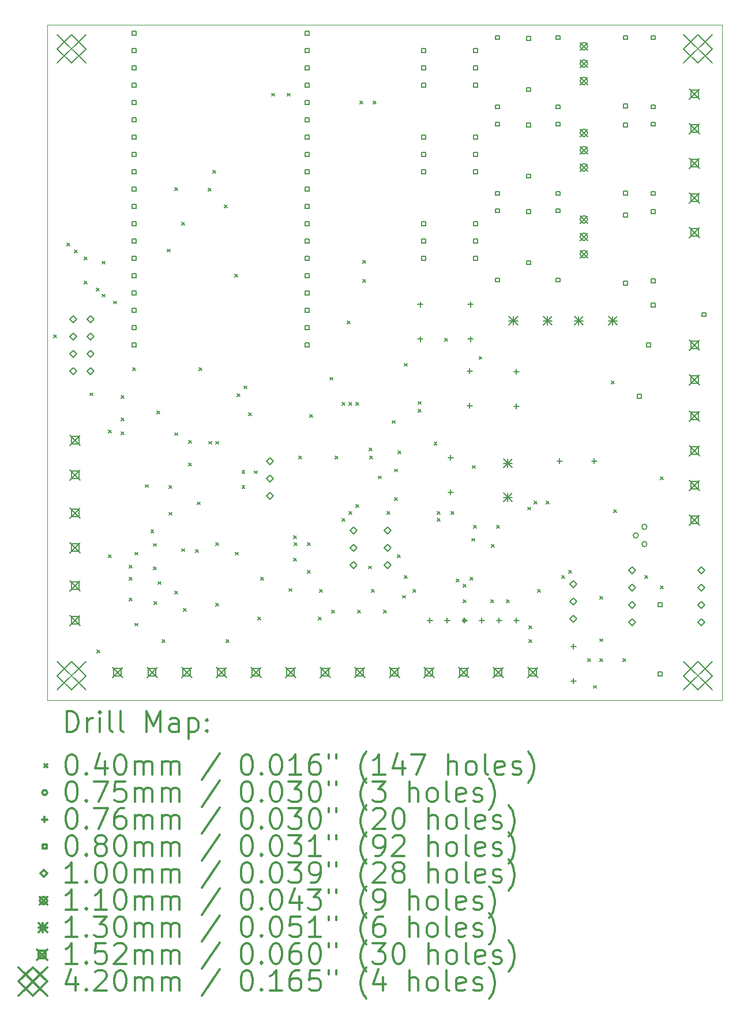
<source format=gbr>
%FSLAX45Y45*%
G04 Gerber Fmt 4.5, Leading zero omitted, Abs format (unit mm)*
G04 Created by KiCad (PCBNEW 5.1.9-73d0e3b20d~88~ubuntu20.04.1) date 2021-03-09 21:17:13*
%MOMM*%
%LPD*%
G01*
G04 APERTURE LIST*
%TA.AperFunction,Profile*%
%ADD10C,0.050000*%
%TD*%
%ADD11C,0.200000*%
%ADD12C,0.300000*%
G04 APERTURE END LIST*
D10*
X0Y-9779000D02*
X0Y127000D01*
X9906000Y-9779000D02*
X0Y-9779000D01*
X9906000Y127000D02*
X9906000Y-9779000D01*
X0Y127000D02*
X9906000Y127000D01*
D11*
X94300Y-4425000D02*
X134300Y-4465000D01*
X134300Y-4425000D02*
X94300Y-4465000D01*
X284800Y-3078800D02*
X324800Y-3118800D01*
X324800Y-3078800D02*
X284800Y-3118800D01*
X399100Y-3180400D02*
X439100Y-3220400D01*
X439100Y-3180400D02*
X399100Y-3220400D01*
X538800Y-3282000D02*
X578800Y-3322000D01*
X578800Y-3282000D02*
X538800Y-3322000D01*
X538800Y-3637600D02*
X578800Y-3677600D01*
X578800Y-3637600D02*
X538800Y-3677600D01*
X627700Y-5275900D02*
X667700Y-5315900D01*
X667700Y-5275900D02*
X627700Y-5315900D01*
X716600Y-3739200D02*
X756600Y-3779200D01*
X756600Y-3739200D02*
X716600Y-3779200D01*
X729300Y-9047800D02*
X769300Y-9087800D01*
X769300Y-9047800D02*
X729300Y-9087800D01*
X805500Y-3345500D02*
X845500Y-3385500D01*
X845500Y-3345500D02*
X805500Y-3385500D01*
X805500Y-3828100D02*
X845500Y-3868100D01*
X845500Y-3828100D02*
X805500Y-3868100D01*
X894244Y-5821844D02*
X934244Y-5861844D01*
X934244Y-5821844D02*
X894244Y-5861844D01*
X894400Y-7650800D02*
X934400Y-7690800D01*
X934400Y-7650800D02*
X894400Y-7690800D01*
X970600Y-3929700D02*
X1010600Y-3969700D01*
X1010600Y-3929700D02*
X970600Y-3969700D01*
X1084900Y-5314000D02*
X1124900Y-5354000D01*
X1124900Y-5314000D02*
X1084900Y-5354000D01*
X1084900Y-5644200D02*
X1124900Y-5684200D01*
X1124900Y-5644200D02*
X1084900Y-5684200D01*
X1084900Y-5847400D02*
X1124900Y-5887400D01*
X1124900Y-5847400D02*
X1084900Y-5887400D01*
X1199200Y-7803200D02*
X1239200Y-7843200D01*
X1239200Y-7803200D02*
X1199200Y-7843200D01*
X1199200Y-7981000D02*
X1239200Y-8021000D01*
X1239200Y-7981000D02*
X1199200Y-8021000D01*
X1199200Y-8285800D02*
X1239200Y-8325800D01*
X1239200Y-8285800D02*
X1199200Y-8325800D01*
X1250000Y-4907600D02*
X1290000Y-4947600D01*
X1290000Y-4907600D02*
X1250000Y-4947600D01*
X1288100Y-7612700D02*
X1328100Y-7652700D01*
X1328100Y-7612700D02*
X1288100Y-7652700D01*
X1288100Y-8654100D02*
X1328100Y-8694100D01*
X1328100Y-8654100D02*
X1288100Y-8694100D01*
X1440500Y-6622100D02*
X1480500Y-6662100D01*
X1480500Y-6622100D02*
X1440500Y-6662100D01*
X1519700Y-7285500D02*
X1559700Y-7325500D01*
X1559700Y-7285500D02*
X1519700Y-7325500D01*
X1554800Y-7485700D02*
X1594800Y-7525700D01*
X1594800Y-7485700D02*
X1554800Y-7525700D01*
X1554800Y-7828600D02*
X1594800Y-7868600D01*
X1594800Y-7828600D02*
X1554800Y-7868600D01*
X1567500Y-8336600D02*
X1607500Y-8376600D01*
X1607500Y-8336600D02*
X1567500Y-8376600D01*
X1605600Y-5542600D02*
X1645600Y-5582600D01*
X1645600Y-5542600D02*
X1605600Y-5582600D01*
X1624650Y-8044500D02*
X1664650Y-8084500D01*
X1664650Y-8044500D02*
X1624650Y-8084500D01*
X1681800Y-8895400D02*
X1721800Y-8935400D01*
X1721800Y-8895400D02*
X1681800Y-8935400D01*
X1758000Y-3167700D02*
X1798000Y-3207700D01*
X1798000Y-3167700D02*
X1758000Y-3207700D01*
X1783400Y-6634800D02*
X1823400Y-6674800D01*
X1823400Y-6634800D02*
X1783400Y-6674800D01*
X1783400Y-7028500D02*
X1823400Y-7068500D01*
X1823400Y-7028500D02*
X1783400Y-7068500D01*
X1872300Y-2266000D02*
X1912300Y-2306000D01*
X1912300Y-2266000D02*
X1872300Y-2306000D01*
X1872300Y-5860100D02*
X1912300Y-5900100D01*
X1912300Y-5860100D02*
X1872300Y-5900100D01*
X1872300Y-8184200D02*
X1912300Y-8224200D01*
X1912300Y-8184200D02*
X1872300Y-8224200D01*
X1973900Y-2774000D02*
X2013900Y-2814000D01*
X2013900Y-2774000D02*
X1973900Y-2814000D01*
X1973900Y-7561900D02*
X2013900Y-7601900D01*
X2013900Y-7561900D02*
X1973900Y-7601900D01*
X1999300Y-8438200D02*
X2039300Y-8478200D01*
X2039300Y-8438200D02*
X1999300Y-8478200D01*
X2075500Y-5974400D02*
X2115500Y-6014400D01*
X2115500Y-5974400D02*
X2075500Y-6014400D01*
X2075500Y-6304600D02*
X2115500Y-6344600D01*
X2115500Y-6304600D02*
X2075500Y-6344600D01*
X2177100Y-7574600D02*
X2217100Y-7614600D01*
X2217100Y-7574600D02*
X2177100Y-7614600D01*
X2202500Y-6876100D02*
X2242500Y-6916100D01*
X2242500Y-6876100D02*
X2202500Y-6916100D01*
X2226500Y-4906200D02*
X2266500Y-4946200D01*
X2266500Y-4906200D02*
X2226500Y-4946200D01*
X2361250Y-2272350D02*
X2401250Y-2312350D01*
X2401250Y-2272350D02*
X2361250Y-2312350D01*
X2367600Y-5987100D02*
X2407600Y-6027100D01*
X2407600Y-5987100D02*
X2367600Y-6027100D01*
X2431100Y-2012000D02*
X2471100Y-2052000D01*
X2471100Y-2012000D02*
X2431100Y-2052000D01*
X2469200Y-5987100D02*
X2509200Y-6027100D01*
X2509200Y-5987100D02*
X2469200Y-6027100D01*
X2469200Y-7473000D02*
X2509200Y-7513000D01*
X2509200Y-7473000D02*
X2469200Y-7513000D01*
X2469200Y-8362000D02*
X2509200Y-8402000D01*
X2509200Y-8362000D02*
X2469200Y-8402000D01*
X2596200Y-2520000D02*
X2636200Y-2560000D01*
X2636200Y-2520000D02*
X2596200Y-2560000D01*
X2621600Y-8895400D02*
X2661600Y-8935400D01*
X2661600Y-8895400D02*
X2621600Y-8935400D01*
X2748600Y-3536000D02*
X2788600Y-3576000D01*
X2788600Y-3536000D02*
X2748600Y-3576000D01*
X2761300Y-7612700D02*
X2801300Y-7652700D01*
X2801300Y-7612700D02*
X2761300Y-7652700D01*
X2786700Y-5288600D02*
X2826700Y-5328600D01*
X2826700Y-5288600D02*
X2786700Y-5328600D01*
X2856550Y-6412550D02*
X2896550Y-6452550D01*
X2896550Y-6412550D02*
X2856550Y-6452550D01*
X2856550Y-6634800D02*
X2896550Y-6674800D01*
X2896550Y-6634800D02*
X2856550Y-6674800D01*
X2888300Y-5174300D02*
X2928300Y-5214300D01*
X2928300Y-5174300D02*
X2888300Y-5214300D01*
X2951800Y-5568000D02*
X2991800Y-5608000D01*
X2991800Y-5568000D02*
X2951800Y-5608000D01*
X3040700Y-6418900D02*
X3080700Y-6458900D01*
X3080700Y-6418900D02*
X3040700Y-6458900D01*
X3091500Y-8565200D02*
X3131500Y-8605200D01*
X3131500Y-8565200D02*
X3091500Y-8605200D01*
X3129600Y-7981000D02*
X3169600Y-8021000D01*
X3169600Y-7981000D02*
X3129600Y-8021000D01*
X3294700Y-881700D02*
X3334700Y-921700D01*
X3334700Y-881700D02*
X3294700Y-921700D01*
X3523300Y-881700D02*
X3563300Y-921700D01*
X3563300Y-881700D02*
X3523300Y-921700D01*
X3548700Y-8146100D02*
X3588700Y-8186100D01*
X3588700Y-8146100D02*
X3548700Y-8186100D01*
X3612200Y-7371400D02*
X3652200Y-7411400D01*
X3652200Y-7371400D02*
X3612200Y-7411400D01*
X3612200Y-7701600D02*
X3652200Y-7741600D01*
X3652200Y-7701600D02*
X3612200Y-7741600D01*
X3624900Y-7473000D02*
X3664900Y-7513000D01*
X3664900Y-7473000D02*
X3624900Y-7513000D01*
X3688400Y-6203000D02*
X3728400Y-6243000D01*
X3728400Y-6203000D02*
X3688400Y-6243000D01*
X3815400Y-7473000D02*
X3855400Y-7513000D01*
X3855400Y-7473000D02*
X3815400Y-7513000D01*
X3815400Y-7879400D02*
X3855400Y-7919400D01*
X3855400Y-7879400D02*
X3815400Y-7919400D01*
X3853500Y-5593400D02*
X3893500Y-5633400D01*
X3893500Y-5593400D02*
X3853500Y-5633400D01*
X3980500Y-8565200D02*
X4020500Y-8605200D01*
X4020500Y-8565200D02*
X3980500Y-8605200D01*
X3993200Y-8158800D02*
X4033200Y-8198800D01*
X4033200Y-8158800D02*
X3993200Y-8198800D01*
X4145600Y-5047300D02*
X4185600Y-5087300D01*
X4185600Y-5047300D02*
X4145600Y-5087300D01*
X4171000Y-8463600D02*
X4211000Y-8503600D01*
X4211000Y-8463600D02*
X4171000Y-8503600D01*
X4221800Y-6203000D02*
X4261800Y-6243000D01*
X4261800Y-6203000D02*
X4221800Y-6243000D01*
X4323400Y-5415600D02*
X4363400Y-5455600D01*
X4363400Y-5415600D02*
X4323400Y-5455600D01*
X4323400Y-7117400D02*
X4363400Y-7157400D01*
X4363400Y-7117400D02*
X4323400Y-7157400D01*
X4399600Y-4221800D02*
X4439600Y-4261800D01*
X4439600Y-4221800D02*
X4399600Y-4261800D01*
X4425000Y-5415600D02*
X4465000Y-5455600D01*
X4465000Y-5415600D02*
X4425000Y-5455600D01*
X4425000Y-7015800D02*
X4465000Y-7055800D01*
X4465000Y-7015800D02*
X4425000Y-7055800D01*
X4526600Y-5415600D02*
X4566600Y-5455600D01*
X4566600Y-5415600D02*
X4526600Y-5455600D01*
X4526600Y-6914200D02*
X4566600Y-6954200D01*
X4566600Y-6914200D02*
X4526600Y-6954200D01*
X4552000Y-8463600D02*
X4592000Y-8503600D01*
X4592000Y-8463600D02*
X4552000Y-8503600D01*
X4590100Y-996000D02*
X4630100Y-1036000D01*
X4630100Y-996000D02*
X4590100Y-1036000D01*
X4628200Y-3332800D02*
X4668200Y-3372800D01*
X4668200Y-3332800D02*
X4628200Y-3372800D01*
X4628200Y-3612200D02*
X4668200Y-3652200D01*
X4668200Y-3612200D02*
X4628200Y-3652200D01*
X4717100Y-7815900D02*
X4757100Y-7855900D01*
X4757100Y-7815900D02*
X4717100Y-7855900D01*
X4723450Y-6082350D02*
X4763450Y-6122350D01*
X4763450Y-6082350D02*
X4723450Y-6122350D01*
X4729800Y-6203000D02*
X4769800Y-6243000D01*
X4769800Y-6203000D02*
X4729800Y-6243000D01*
X4755200Y-8158800D02*
X4795200Y-8198800D01*
X4795200Y-8158800D02*
X4755200Y-8198800D01*
X4780600Y-996000D02*
X4820600Y-1036000D01*
X4820600Y-996000D02*
X4780600Y-1036000D01*
X4856800Y-6495100D02*
X4896800Y-6535100D01*
X4896800Y-6495100D02*
X4856800Y-6535100D01*
X4933000Y-8463600D02*
X4973000Y-8503600D01*
X4973000Y-8463600D02*
X4933000Y-8503600D01*
X4983800Y-7015800D02*
X5023800Y-7055800D01*
X5023800Y-7015800D02*
X4983800Y-7055800D01*
X5060000Y-5682300D02*
X5100000Y-5722300D01*
X5100000Y-5682300D02*
X5060000Y-5722300D01*
X5098100Y-6393500D02*
X5138100Y-6433500D01*
X5138100Y-6393500D02*
X5098100Y-6433500D01*
X5098100Y-6812600D02*
X5138100Y-6852600D01*
X5138100Y-6812600D02*
X5098100Y-6852600D01*
X5136200Y-7650800D02*
X5176200Y-7690800D01*
X5176200Y-7650800D02*
X5136200Y-7690800D01*
X5148900Y-6126800D02*
X5188900Y-6166800D01*
X5188900Y-6126800D02*
X5148900Y-6166800D01*
X5212400Y-8247700D02*
X5252400Y-8287700D01*
X5252400Y-8247700D02*
X5212400Y-8287700D01*
X5237800Y-4844100D02*
X5277800Y-4884100D01*
X5277800Y-4844100D02*
X5237800Y-4884100D01*
X5237800Y-4844100D02*
X5277800Y-4884100D01*
X5277800Y-4844100D02*
X5237800Y-4884100D01*
X5237800Y-7955600D02*
X5277800Y-7995600D01*
X5277800Y-7955600D02*
X5237800Y-7995600D01*
X5364800Y-8158800D02*
X5404800Y-8198800D01*
X5404800Y-8158800D02*
X5364800Y-8198800D01*
X5441000Y-5402900D02*
X5481000Y-5442900D01*
X5481000Y-5402900D02*
X5441000Y-5442900D01*
X5441000Y-5517200D02*
X5481000Y-5557200D01*
X5481000Y-5517200D02*
X5441000Y-5557200D01*
X5675950Y-5999800D02*
X5715950Y-6039800D01*
X5715950Y-5999800D02*
X5675950Y-6039800D01*
X5675950Y-5999800D02*
X5715950Y-6039800D01*
X5715950Y-5999800D02*
X5675950Y-6039800D01*
X5720400Y-7015800D02*
X5760400Y-7055800D01*
X5760400Y-7015800D02*
X5720400Y-7055800D01*
X5720400Y-7117400D02*
X5760400Y-7157400D01*
X5760400Y-7117400D02*
X5720400Y-7157400D01*
X5834700Y-4475800D02*
X5874700Y-4515800D01*
X5874700Y-4475800D02*
X5834700Y-4515800D01*
X5923600Y-7015800D02*
X5963600Y-7055800D01*
X5963600Y-7015800D02*
X5923600Y-7055800D01*
X5999800Y-8006400D02*
X6039800Y-8046400D01*
X6039800Y-8006400D02*
X5999800Y-8046400D01*
X6101400Y-8082600D02*
X6141400Y-8122600D01*
X6141400Y-8082600D02*
X6101400Y-8122600D01*
X6101400Y-8311200D02*
X6141400Y-8351200D01*
X6141400Y-8311200D02*
X6101400Y-8351200D01*
X6101400Y-8590600D02*
X6141400Y-8630600D01*
X6141400Y-8590600D02*
X6101400Y-8630600D01*
X6203000Y-7981000D02*
X6243000Y-8021000D01*
X6243000Y-7981000D02*
X6203000Y-8021000D01*
X6228400Y-7409500D02*
X6268400Y-7449500D01*
X6268400Y-7409500D02*
X6228400Y-7449500D01*
X6241100Y-6342700D02*
X6281100Y-6382700D01*
X6281100Y-6342700D02*
X6241100Y-6382700D01*
X6253800Y-7219000D02*
X6293800Y-7259000D01*
X6293800Y-7219000D02*
X6253800Y-7259000D01*
X6336350Y-4742500D02*
X6376350Y-4782500D01*
X6376350Y-4742500D02*
X6336350Y-4782500D01*
X6507800Y-8311200D02*
X6547800Y-8351200D01*
X6547800Y-8311200D02*
X6507800Y-8351200D01*
X6520500Y-7498400D02*
X6560500Y-7538400D01*
X6560500Y-7498400D02*
X6520500Y-7538400D01*
X6596700Y-7219000D02*
X6636700Y-7259000D01*
X6636700Y-7219000D02*
X6596700Y-7259000D01*
X6736400Y-8311200D02*
X6776400Y-8351200D01*
X6776400Y-8311200D02*
X6736400Y-8351200D01*
X7053900Y-6952300D02*
X7093900Y-6992300D01*
X7093900Y-6952300D02*
X7053900Y-6992300D01*
X7066600Y-8692200D02*
X7106600Y-8732200D01*
X7106600Y-8692200D02*
X7066600Y-8732200D01*
X7066600Y-8895400D02*
X7106600Y-8935400D01*
X7106600Y-8895400D02*
X7066600Y-8935400D01*
X7142800Y-6863400D02*
X7182800Y-6903400D01*
X7182800Y-6863400D02*
X7142800Y-6903400D01*
X7193600Y-8158800D02*
X7233600Y-8198800D01*
X7233600Y-8158800D02*
X7193600Y-8198800D01*
X7320600Y-6863400D02*
X7360600Y-6903400D01*
X7360600Y-6863400D02*
X7320600Y-6903400D01*
X7549200Y-7955600D02*
X7589200Y-7995600D01*
X7589200Y-7955600D02*
X7549200Y-7995600D01*
X7650800Y-7879400D02*
X7690800Y-7919400D01*
X7690800Y-7879400D02*
X7650800Y-7919400D01*
X7930200Y-9174800D02*
X7970200Y-9214800D01*
X7970200Y-9174800D02*
X7930200Y-9214800D01*
X8019100Y-9568500D02*
X8059100Y-9608500D01*
X8059100Y-9568500D02*
X8019100Y-9608500D01*
X8108000Y-8260400D02*
X8148000Y-8300400D01*
X8148000Y-8260400D02*
X8108000Y-8300400D01*
X8108000Y-8882700D02*
X8148000Y-8922700D01*
X8148000Y-8882700D02*
X8108000Y-8922700D01*
X8108000Y-9174800D02*
X8148000Y-9214800D01*
X8148000Y-9174800D02*
X8108000Y-9214800D01*
X8279450Y-5104450D02*
X8319450Y-5144450D01*
X8319450Y-5104450D02*
X8279450Y-5144450D01*
X8279450Y-5104450D02*
X8319450Y-5144450D01*
X8319450Y-5104450D02*
X8279450Y-5144450D01*
X8311200Y-6990400D02*
X8351200Y-7030400D01*
X8351200Y-6990400D02*
X8311200Y-7030400D01*
X8450900Y-9174800D02*
X8490900Y-9214800D01*
X8490900Y-9174800D02*
X8450900Y-9214800D01*
X8768400Y-7955600D02*
X8808400Y-7995600D01*
X8808400Y-7955600D02*
X8768400Y-7995600D01*
X8997000Y-6507800D02*
X9037000Y-6547800D01*
X9037000Y-6507800D02*
X8997000Y-6547800D01*
X8997000Y-8108000D02*
X9037000Y-8148000D01*
X9037000Y-8108000D02*
X8997000Y-8148000D01*
X8673500Y-7366000D02*
G75*
G03*
X8673500Y-7366000I-37500J0D01*
G01*
X8800500Y-7239000D02*
G75*
G03*
X8800500Y-7239000I-37500J0D01*
G01*
X8800500Y-7493000D02*
G75*
G03*
X8800500Y-7493000I-37500J0D01*
G01*
X5473700Y-3937000D02*
X5473700Y-4013200D01*
X5435600Y-3975100D02*
X5511800Y-3975100D01*
X5473700Y-4445000D02*
X5473700Y-4521200D01*
X5435600Y-4483100D02*
X5511800Y-4483100D01*
X5613400Y-8572500D02*
X5613400Y-8648700D01*
X5575300Y-8610600D02*
X5651500Y-8610600D01*
X5867400Y-8572500D02*
X5867400Y-8648700D01*
X5829300Y-8610600D02*
X5905500Y-8610600D01*
X5918200Y-6184900D02*
X5918200Y-6261100D01*
X5880100Y-6223000D02*
X5956300Y-6223000D01*
X5918200Y-6692900D02*
X5918200Y-6769100D01*
X5880100Y-6731000D02*
X5956300Y-6731000D01*
X6121400Y-8572500D02*
X6121400Y-8648700D01*
X6083300Y-8610600D02*
X6159500Y-8610600D01*
X6197600Y-4914900D02*
X6197600Y-4991100D01*
X6159500Y-4953000D02*
X6235700Y-4953000D01*
X6197600Y-5422900D02*
X6197600Y-5499100D01*
X6159500Y-5461000D02*
X6235700Y-5461000D01*
X6210300Y-3937000D02*
X6210300Y-4013200D01*
X6172200Y-3975100D02*
X6248400Y-3975100D01*
X6210300Y-4445000D02*
X6210300Y-4521200D01*
X6172200Y-4483100D02*
X6248400Y-4483100D01*
X6375400Y-8572500D02*
X6375400Y-8648700D01*
X6337300Y-8610600D02*
X6413500Y-8610600D01*
X6629400Y-8572500D02*
X6629400Y-8648700D01*
X6591300Y-8610600D02*
X6667500Y-8610600D01*
X6883400Y-4923536D02*
X6883400Y-4999736D01*
X6845300Y-4961636D02*
X6921500Y-4961636D01*
X6883400Y-5431536D02*
X6883400Y-5507736D01*
X6845300Y-5469636D02*
X6921500Y-5469636D01*
X6883400Y-8572500D02*
X6883400Y-8648700D01*
X6845300Y-8610600D02*
X6921500Y-8610600D01*
X7518400Y-6235700D02*
X7518400Y-6311900D01*
X7480300Y-6273800D02*
X7556500Y-6273800D01*
X7721600Y-8953500D02*
X7721600Y-9029700D01*
X7683500Y-8991600D02*
X7759700Y-8991600D01*
X7721600Y-9461500D02*
X7721600Y-9537700D01*
X7683500Y-9499600D02*
X7759700Y-9499600D01*
X8026400Y-6235700D02*
X8026400Y-6311900D01*
X7988300Y-6273800D02*
X8064500Y-6273800D01*
X1298285Y-28284D02*
X1298285Y28284D01*
X1241716Y28284D01*
X1241716Y-28284D01*
X1298285Y-28284D01*
X1298285Y-282285D02*
X1298285Y-225715D01*
X1241716Y-225715D01*
X1241716Y-282285D01*
X1298285Y-282285D01*
X1298285Y-536285D02*
X1298285Y-479715D01*
X1241716Y-479715D01*
X1241716Y-536285D01*
X1298285Y-536285D01*
X1298285Y-790284D02*
X1298285Y-733715D01*
X1241716Y-733715D01*
X1241716Y-790284D01*
X1298285Y-790284D01*
X1298285Y-1044284D02*
X1298285Y-987715D01*
X1241716Y-987715D01*
X1241716Y-1044284D01*
X1298285Y-1044284D01*
X1298285Y-1298285D02*
X1298285Y-1241716D01*
X1241716Y-1241716D01*
X1241716Y-1298285D01*
X1298285Y-1298285D01*
X1298285Y-1552284D02*
X1298285Y-1495715D01*
X1241716Y-1495715D01*
X1241716Y-1552284D01*
X1298285Y-1552284D01*
X1298285Y-1806284D02*
X1298285Y-1749715D01*
X1241716Y-1749715D01*
X1241716Y-1806284D01*
X1298285Y-1806284D01*
X1298285Y-2060284D02*
X1298285Y-2003715D01*
X1241716Y-2003715D01*
X1241716Y-2060284D01*
X1298285Y-2060284D01*
X1298285Y-2314285D02*
X1298285Y-2257716D01*
X1241716Y-2257716D01*
X1241716Y-2314285D01*
X1298285Y-2314285D01*
X1298285Y-2568285D02*
X1298285Y-2511716D01*
X1241716Y-2511716D01*
X1241716Y-2568285D01*
X1298285Y-2568285D01*
X1298285Y-2822284D02*
X1298285Y-2765716D01*
X1241716Y-2765716D01*
X1241716Y-2822284D01*
X1298285Y-2822284D01*
X1298285Y-3076284D02*
X1298285Y-3019715D01*
X1241716Y-3019715D01*
X1241716Y-3076284D01*
X1298285Y-3076284D01*
X1298285Y-3330284D02*
X1298285Y-3273715D01*
X1241716Y-3273715D01*
X1241716Y-3330284D01*
X1298285Y-3330284D01*
X1298285Y-3584284D02*
X1298285Y-3527715D01*
X1241716Y-3527715D01*
X1241716Y-3584284D01*
X1298285Y-3584284D01*
X1298285Y-3838284D02*
X1298285Y-3781715D01*
X1241716Y-3781715D01*
X1241716Y-3838284D01*
X1298285Y-3838284D01*
X1298285Y-4092284D02*
X1298285Y-4035715D01*
X1241716Y-4035715D01*
X1241716Y-4092284D01*
X1298285Y-4092284D01*
X1298285Y-4346285D02*
X1298285Y-4289716D01*
X1241716Y-4289716D01*
X1241716Y-4346285D01*
X1298285Y-4346285D01*
X1298285Y-4600285D02*
X1298285Y-4543716D01*
X1241716Y-4543716D01*
X1241716Y-4600285D01*
X1298285Y-4600285D01*
X3838284Y-28284D02*
X3838284Y28284D01*
X3781715Y28284D01*
X3781715Y-28284D01*
X3838284Y-28284D01*
X3838284Y-282285D02*
X3838284Y-225715D01*
X3781715Y-225715D01*
X3781715Y-282285D01*
X3838284Y-282285D01*
X3838284Y-536285D02*
X3838284Y-479715D01*
X3781715Y-479715D01*
X3781715Y-536285D01*
X3838284Y-536285D01*
X3838284Y-790284D02*
X3838284Y-733715D01*
X3781715Y-733715D01*
X3781715Y-790284D01*
X3838284Y-790284D01*
X3838284Y-1044284D02*
X3838284Y-987715D01*
X3781715Y-987715D01*
X3781715Y-1044284D01*
X3838284Y-1044284D01*
X3838284Y-1298285D02*
X3838284Y-1241716D01*
X3781715Y-1241716D01*
X3781715Y-1298285D01*
X3838284Y-1298285D01*
X3838284Y-1552284D02*
X3838284Y-1495715D01*
X3781715Y-1495715D01*
X3781715Y-1552284D01*
X3838284Y-1552284D01*
X3838284Y-1806284D02*
X3838284Y-1749715D01*
X3781715Y-1749715D01*
X3781715Y-1806284D01*
X3838284Y-1806284D01*
X3838284Y-2060284D02*
X3838284Y-2003715D01*
X3781715Y-2003715D01*
X3781715Y-2060284D01*
X3838284Y-2060284D01*
X3838284Y-2314285D02*
X3838284Y-2257716D01*
X3781715Y-2257716D01*
X3781715Y-2314285D01*
X3838284Y-2314285D01*
X3838284Y-2568285D02*
X3838284Y-2511716D01*
X3781715Y-2511716D01*
X3781715Y-2568285D01*
X3838284Y-2568285D01*
X3838284Y-2822284D02*
X3838284Y-2765716D01*
X3781715Y-2765716D01*
X3781715Y-2822284D01*
X3838284Y-2822284D01*
X3838284Y-3076284D02*
X3838284Y-3019715D01*
X3781715Y-3019715D01*
X3781715Y-3076284D01*
X3838284Y-3076284D01*
X3838284Y-3330284D02*
X3838284Y-3273715D01*
X3781715Y-3273715D01*
X3781715Y-3330284D01*
X3838284Y-3330284D01*
X3838284Y-3584284D02*
X3838284Y-3527715D01*
X3781715Y-3527715D01*
X3781715Y-3584284D01*
X3838284Y-3584284D01*
X3838284Y-3838284D02*
X3838284Y-3781715D01*
X3781715Y-3781715D01*
X3781715Y-3838284D01*
X3838284Y-3838284D01*
X3838284Y-4092284D02*
X3838284Y-4035715D01*
X3781715Y-4035715D01*
X3781715Y-4092284D01*
X3838284Y-4092284D01*
X3838284Y-4346285D02*
X3838284Y-4289716D01*
X3781715Y-4289716D01*
X3781715Y-4346285D01*
X3838284Y-4346285D01*
X3838284Y-4600285D02*
X3838284Y-4543716D01*
X3781715Y-4543716D01*
X3781715Y-4600285D01*
X3838284Y-4600285D01*
X5552785Y-282285D02*
X5552785Y-225715D01*
X5496216Y-225715D01*
X5496216Y-282285D01*
X5552785Y-282285D01*
X5552785Y-536285D02*
X5552785Y-479715D01*
X5496216Y-479715D01*
X5496216Y-536285D01*
X5552785Y-536285D01*
X5552785Y-790284D02*
X5552785Y-733715D01*
X5496216Y-733715D01*
X5496216Y-790284D01*
X5552785Y-790284D01*
X5552785Y-1552284D02*
X5552785Y-1495715D01*
X5496216Y-1495715D01*
X5496216Y-1552284D01*
X5552785Y-1552284D01*
X5552785Y-1806284D02*
X5552785Y-1749715D01*
X5496216Y-1749715D01*
X5496216Y-1806284D01*
X5552785Y-1806284D01*
X5552785Y-2060284D02*
X5552785Y-2003715D01*
X5496216Y-2003715D01*
X5496216Y-2060284D01*
X5552785Y-2060284D01*
X5552785Y-2822284D02*
X5552785Y-2765716D01*
X5496216Y-2765716D01*
X5496216Y-2822284D01*
X5552785Y-2822284D01*
X5552785Y-3076284D02*
X5552785Y-3019715D01*
X5496216Y-3019715D01*
X5496216Y-3076284D01*
X5552785Y-3076284D01*
X5552785Y-3330284D02*
X5552785Y-3273715D01*
X5496216Y-3273715D01*
X5496216Y-3330284D01*
X5552785Y-3330284D01*
X6314784Y-282285D02*
X6314784Y-225715D01*
X6258215Y-225715D01*
X6258215Y-282285D01*
X6314784Y-282285D01*
X6314784Y-536285D02*
X6314784Y-479715D01*
X6258215Y-479715D01*
X6258215Y-536285D01*
X6314784Y-536285D01*
X6314784Y-790284D02*
X6314784Y-733715D01*
X6258215Y-733715D01*
X6258215Y-790284D01*
X6314784Y-790284D01*
X6314784Y-1552284D02*
X6314784Y-1495715D01*
X6258215Y-1495715D01*
X6258215Y-1552284D01*
X6314784Y-1552284D01*
X6314784Y-1806284D02*
X6314784Y-1749715D01*
X6258215Y-1749715D01*
X6258215Y-1806284D01*
X6314784Y-1806284D01*
X6314784Y-2060284D02*
X6314784Y-2003715D01*
X6258215Y-2003715D01*
X6258215Y-2060284D01*
X6314784Y-2060284D01*
X6314784Y-2822284D02*
X6314784Y-2765716D01*
X6258215Y-2765716D01*
X6258215Y-2822284D01*
X6314784Y-2822284D01*
X6314784Y-3076284D02*
X6314784Y-3019715D01*
X6258215Y-3019715D01*
X6258215Y-3076284D01*
X6314784Y-3076284D01*
X6314784Y-3330284D02*
X6314784Y-3273715D01*
X6258215Y-3273715D01*
X6258215Y-3330284D01*
X6314784Y-3330284D01*
X6632284Y-91784D02*
X6632284Y-35216D01*
X6575715Y-35216D01*
X6575715Y-91784D01*
X6632284Y-91784D01*
X6632284Y-1107785D02*
X6632284Y-1051216D01*
X6575715Y-1051216D01*
X6575715Y-1107785D01*
X6632284Y-1107785D01*
X6632284Y-1361785D02*
X6632284Y-1305216D01*
X6575715Y-1305216D01*
X6575715Y-1361785D01*
X6632284Y-1361785D01*
X6632284Y-2377785D02*
X6632284Y-2321216D01*
X6575715Y-2321216D01*
X6575715Y-2377785D01*
X6632284Y-2377785D01*
X6632284Y-2631785D02*
X6632284Y-2575216D01*
X6575715Y-2575216D01*
X6575715Y-2631785D01*
X6632284Y-2631785D01*
X6632284Y-3647784D02*
X6632284Y-3591215D01*
X6575715Y-3591215D01*
X6575715Y-3647784D01*
X6632284Y-3647784D01*
X7089484Y-103784D02*
X7089484Y-47215D01*
X7032915Y-47215D01*
X7032915Y-103784D01*
X7089484Y-103784D01*
X7089484Y-853784D02*
X7089484Y-797215D01*
X7032915Y-797215D01*
X7032915Y-853784D01*
X7089484Y-853784D01*
X7089484Y-1373785D02*
X7089484Y-1317216D01*
X7032915Y-1317216D01*
X7032915Y-1373785D01*
X7089484Y-1373785D01*
X7089484Y-2123785D02*
X7089484Y-2067215D01*
X7032915Y-2067215D01*
X7032915Y-2123785D01*
X7089484Y-2123785D01*
X7089484Y-2643785D02*
X7089484Y-2587216D01*
X7032915Y-2587216D01*
X7032915Y-2643785D01*
X7089484Y-2643785D01*
X7089484Y-3393784D02*
X7089484Y-3337215D01*
X7032915Y-3337215D01*
X7032915Y-3393784D01*
X7089484Y-3393784D01*
X7521284Y-91784D02*
X7521284Y-35216D01*
X7464715Y-35216D01*
X7464715Y-91784D01*
X7521284Y-91784D01*
X7521284Y-1107785D02*
X7521284Y-1051216D01*
X7464715Y-1051216D01*
X7464715Y-1107785D01*
X7521284Y-1107785D01*
X7521284Y-1361785D02*
X7521284Y-1305216D01*
X7464715Y-1305216D01*
X7464715Y-1361785D01*
X7521284Y-1361785D01*
X7521284Y-2377785D02*
X7521284Y-2321216D01*
X7464715Y-2321216D01*
X7464715Y-2377785D01*
X7521284Y-2377785D01*
X7521284Y-2631785D02*
X7521284Y-2575216D01*
X7464715Y-2575216D01*
X7464715Y-2631785D01*
X7521284Y-2631785D01*
X7521284Y-3647784D02*
X7521284Y-3591215D01*
X7464715Y-3591215D01*
X7464715Y-3647784D01*
X7521284Y-3647784D01*
X8511885Y-91784D02*
X8511885Y-35216D01*
X8455316Y-35216D01*
X8455316Y-91784D01*
X8511885Y-91784D01*
X8511885Y-1091785D02*
X8511885Y-1035215D01*
X8455316Y-1035215D01*
X8455316Y-1091785D01*
X8511885Y-1091785D01*
X8511885Y-1374485D02*
X8511885Y-1317916D01*
X8455316Y-1317916D01*
X8455316Y-1374485D01*
X8511885Y-1374485D01*
X8511885Y-2374485D02*
X8511885Y-2317916D01*
X8455316Y-2317916D01*
X8455316Y-2374485D01*
X8511885Y-2374485D01*
X8511885Y-2695285D02*
X8511885Y-2638716D01*
X8455316Y-2638716D01*
X8455316Y-2695285D01*
X8511885Y-2695285D01*
X8511885Y-3695284D02*
X8511885Y-3638715D01*
X8455316Y-3638715D01*
X8455316Y-3695284D01*
X8511885Y-3695284D01*
X8714785Y-5350285D02*
X8714785Y-5293716D01*
X8658216Y-5293716D01*
X8658216Y-5350285D01*
X8714785Y-5350285D01*
X8854785Y-4600285D02*
X8854785Y-4543716D01*
X8798216Y-4543716D01*
X8798216Y-4600285D01*
X8854785Y-4600285D01*
X8918285Y-91784D02*
X8918285Y-35216D01*
X8861716Y-35216D01*
X8861716Y-91784D01*
X8918285Y-91784D01*
X8918285Y-1107785D02*
X8918285Y-1051216D01*
X8861716Y-1051216D01*
X8861716Y-1107785D01*
X8918285Y-1107785D01*
X8918285Y-1361785D02*
X8918285Y-1305216D01*
X8861716Y-1305216D01*
X8861716Y-1361785D01*
X8918285Y-1361785D01*
X8918285Y-2377785D02*
X8918285Y-2321216D01*
X8861716Y-2321216D01*
X8861716Y-2377785D01*
X8918285Y-2377785D01*
X8918285Y-2644485D02*
X8918285Y-2587916D01*
X8861716Y-2587916D01*
X8861716Y-2644485D01*
X8918285Y-2644485D01*
X8918285Y-3660484D02*
X8918285Y-3603915D01*
X8861716Y-3603915D01*
X8861716Y-3660484D01*
X8918285Y-3660484D01*
X8918285Y-4016084D02*
X8918285Y-3959515D01*
X8861716Y-3959515D01*
X8861716Y-4016084D01*
X8918285Y-4016084D01*
X9019885Y-8410285D02*
X9019885Y-8353715D01*
X8963316Y-8353715D01*
X8963316Y-8410285D01*
X9019885Y-8410285D01*
X9019885Y-9426285D02*
X9019885Y-9369716D01*
X8963316Y-9369716D01*
X8963316Y-9426285D01*
X9019885Y-9426285D01*
X9668285Y-4156084D02*
X9668285Y-4099515D01*
X9611716Y-4099515D01*
X9611716Y-4156084D01*
X9668285Y-4156084D01*
X381000Y-4241000D02*
X431000Y-4191000D01*
X381000Y-4141000D01*
X331000Y-4191000D01*
X381000Y-4241000D01*
X381000Y-4495000D02*
X431000Y-4445000D01*
X381000Y-4395000D01*
X331000Y-4445000D01*
X381000Y-4495000D01*
X381000Y-4749000D02*
X431000Y-4699000D01*
X381000Y-4649000D01*
X331000Y-4699000D01*
X381000Y-4749000D01*
X381000Y-5003000D02*
X431000Y-4953000D01*
X381000Y-4903000D01*
X331000Y-4953000D01*
X381000Y-5003000D01*
X635000Y-4241000D02*
X685000Y-4191000D01*
X635000Y-4141000D01*
X585000Y-4191000D01*
X635000Y-4241000D01*
X635000Y-4495000D02*
X685000Y-4445000D01*
X635000Y-4395000D01*
X585000Y-4445000D01*
X635000Y-4495000D01*
X635000Y-4749000D02*
X685000Y-4699000D01*
X635000Y-4649000D01*
X585000Y-4699000D01*
X635000Y-4749000D01*
X635000Y-5003000D02*
X685000Y-4953000D01*
X635000Y-4903000D01*
X585000Y-4953000D01*
X635000Y-5003000D01*
X3263900Y-6323800D02*
X3313900Y-6273800D01*
X3263900Y-6223800D01*
X3213900Y-6273800D01*
X3263900Y-6323800D01*
X3263900Y-6577800D02*
X3313900Y-6527800D01*
X3263900Y-6477800D01*
X3213900Y-6527800D01*
X3263900Y-6577800D01*
X3263900Y-6831800D02*
X3313900Y-6781800D01*
X3263900Y-6731800D01*
X3213900Y-6781800D01*
X3263900Y-6831800D01*
X4495800Y-7339800D02*
X4545800Y-7289800D01*
X4495800Y-7239800D01*
X4445800Y-7289800D01*
X4495800Y-7339800D01*
X4495800Y-7593800D02*
X4545800Y-7543800D01*
X4495800Y-7493800D01*
X4445800Y-7543800D01*
X4495800Y-7593800D01*
X4495800Y-7847800D02*
X4545800Y-7797800D01*
X4495800Y-7747800D01*
X4445800Y-7797800D01*
X4495800Y-7847800D01*
X4991100Y-7339800D02*
X5041100Y-7289800D01*
X4991100Y-7239800D01*
X4941100Y-7289800D01*
X4991100Y-7339800D01*
X4991100Y-7593800D02*
X5041100Y-7543800D01*
X4991100Y-7493800D01*
X4941100Y-7543800D01*
X4991100Y-7593800D01*
X4991100Y-7847800D02*
X5041100Y-7797800D01*
X4991100Y-7747800D01*
X4941100Y-7797800D01*
X4991100Y-7847800D01*
X7721600Y-8127200D02*
X7771600Y-8077200D01*
X7721600Y-8027200D01*
X7671600Y-8077200D01*
X7721600Y-8127200D01*
X7721600Y-8381200D02*
X7771600Y-8331200D01*
X7721600Y-8281200D01*
X7671600Y-8331200D01*
X7721600Y-8381200D01*
X7721600Y-8635200D02*
X7771600Y-8585200D01*
X7721600Y-8535200D01*
X7671600Y-8585200D01*
X7721600Y-8635200D01*
X8585200Y-7924000D02*
X8635200Y-7874000D01*
X8585200Y-7824000D01*
X8535200Y-7874000D01*
X8585200Y-7924000D01*
X8585200Y-8178000D02*
X8635200Y-8128000D01*
X8585200Y-8078000D01*
X8535200Y-8128000D01*
X8585200Y-8178000D01*
X8585200Y-8432000D02*
X8635200Y-8382000D01*
X8585200Y-8332000D01*
X8535200Y-8382000D01*
X8585200Y-8432000D01*
X8585200Y-8686000D02*
X8635200Y-8636000D01*
X8585200Y-8586000D01*
X8535200Y-8636000D01*
X8585200Y-8686000D01*
X9601200Y-7924000D02*
X9651200Y-7874000D01*
X9601200Y-7824000D01*
X9551200Y-7874000D01*
X9601200Y-7924000D01*
X9601200Y-8178000D02*
X9651200Y-8128000D01*
X9601200Y-8078000D01*
X9551200Y-8128000D01*
X9601200Y-8178000D01*
X9601200Y-8432000D02*
X9651200Y-8382000D01*
X9601200Y-8332000D01*
X9551200Y-8382000D01*
X9601200Y-8432000D01*
X9601200Y-8686000D02*
X9651200Y-8636000D01*
X9601200Y-8586000D01*
X9551200Y-8636000D01*
X9601200Y-8686000D01*
X7819000Y-135500D02*
X7929000Y-245500D01*
X7929000Y-135500D02*
X7819000Y-245500D01*
X7929000Y-190500D02*
G75*
G03*
X7929000Y-190500I-55000J0D01*
G01*
X7819000Y-389500D02*
X7929000Y-499500D01*
X7929000Y-389500D02*
X7819000Y-499500D01*
X7929000Y-444500D02*
G75*
G03*
X7929000Y-444500I-55000J0D01*
G01*
X7819000Y-643500D02*
X7929000Y-753500D01*
X7929000Y-643500D02*
X7819000Y-753500D01*
X7929000Y-698500D02*
G75*
G03*
X7929000Y-698500I-55000J0D01*
G01*
X7819000Y-1405500D02*
X7929000Y-1515500D01*
X7929000Y-1405500D02*
X7819000Y-1515500D01*
X7929000Y-1460500D02*
G75*
G03*
X7929000Y-1460500I-55000J0D01*
G01*
X7819000Y-1659500D02*
X7929000Y-1769500D01*
X7929000Y-1659500D02*
X7819000Y-1769500D01*
X7929000Y-1714500D02*
G75*
G03*
X7929000Y-1714500I-55000J0D01*
G01*
X7819000Y-1913500D02*
X7929000Y-2023500D01*
X7929000Y-1913500D02*
X7819000Y-2023500D01*
X7929000Y-1968500D02*
G75*
G03*
X7929000Y-1968500I-55000J0D01*
G01*
X7819000Y-2675500D02*
X7929000Y-2785500D01*
X7929000Y-2675500D02*
X7819000Y-2785500D01*
X7929000Y-2730500D02*
G75*
G03*
X7929000Y-2730500I-55000J0D01*
G01*
X7819000Y-2929500D02*
X7929000Y-3039500D01*
X7929000Y-2929500D02*
X7819000Y-3039500D01*
X7929000Y-2984500D02*
G75*
G03*
X7929000Y-2984500I-55000J0D01*
G01*
X7819000Y-3183500D02*
X7929000Y-3293500D01*
X7929000Y-3183500D02*
X7819000Y-3293500D01*
X7929000Y-3238500D02*
G75*
G03*
X7929000Y-3238500I-55000J0D01*
G01*
X6691400Y-6242200D02*
X6821400Y-6372200D01*
X6821400Y-6242200D02*
X6691400Y-6372200D01*
X6756400Y-6242200D02*
X6756400Y-6372200D01*
X6691400Y-6307200D02*
X6821400Y-6307200D01*
X6691400Y-6742200D02*
X6821400Y-6872200D01*
X6821400Y-6742200D02*
X6691400Y-6872200D01*
X6756400Y-6742200D02*
X6756400Y-6872200D01*
X6691400Y-6807200D02*
X6821400Y-6807200D01*
X6775600Y-4151400D02*
X6905600Y-4281400D01*
X6905600Y-4151400D02*
X6775600Y-4281400D01*
X6840600Y-4151400D02*
X6840600Y-4281400D01*
X6775600Y-4216400D02*
X6905600Y-4216400D01*
X7275600Y-4151400D02*
X7405600Y-4281400D01*
X7405600Y-4151400D02*
X7275600Y-4281400D01*
X7340600Y-4151400D02*
X7340600Y-4281400D01*
X7275600Y-4216400D02*
X7405600Y-4216400D01*
X7732800Y-4151400D02*
X7862800Y-4281400D01*
X7862800Y-4151400D02*
X7732800Y-4281400D01*
X7797800Y-4151400D02*
X7797800Y-4281400D01*
X7732800Y-4216400D02*
X7862800Y-4216400D01*
X8232800Y-4151400D02*
X8362800Y-4281400D01*
X8362800Y-4151400D02*
X8232800Y-4281400D01*
X8297800Y-4151400D02*
X8297800Y-4281400D01*
X8232800Y-4216400D02*
X8362800Y-4216400D01*
X330400Y-5893000D02*
X482400Y-6045000D01*
X482400Y-5893000D02*
X330400Y-6045000D01*
X460141Y-6022741D02*
X460141Y-5915259D01*
X352659Y-5915259D01*
X352659Y-6022741D01*
X460141Y-6022741D01*
X330400Y-6401000D02*
X482400Y-6553000D01*
X482400Y-6401000D02*
X330400Y-6553000D01*
X460141Y-6530741D02*
X460141Y-6423259D01*
X352659Y-6423259D01*
X352659Y-6530741D01*
X460141Y-6530741D01*
X330400Y-6959800D02*
X482400Y-7111800D01*
X482400Y-6959800D02*
X330400Y-7111800D01*
X460141Y-7089541D02*
X460141Y-6982059D01*
X352659Y-6982059D01*
X352659Y-7089541D01*
X460141Y-7089541D01*
X330400Y-7467800D02*
X482400Y-7619800D01*
X482400Y-7467800D02*
X330400Y-7619800D01*
X460141Y-7597541D02*
X460141Y-7490059D01*
X352659Y-7490059D01*
X352659Y-7597541D01*
X460141Y-7597541D01*
X330400Y-8026600D02*
X482400Y-8178600D01*
X482400Y-8026600D02*
X330400Y-8178600D01*
X460141Y-8156341D02*
X460141Y-8048859D01*
X352659Y-8048859D01*
X352659Y-8156341D01*
X460141Y-8156341D01*
X330400Y-8534600D02*
X482400Y-8686600D01*
X482400Y-8534600D02*
X330400Y-8686600D01*
X460141Y-8664341D02*
X460141Y-8556859D01*
X352659Y-8556859D01*
X352659Y-8664341D01*
X460141Y-8664341D01*
X952700Y-9296600D02*
X1104700Y-9448600D01*
X1104700Y-9296600D02*
X952700Y-9448600D01*
X1082441Y-9426341D02*
X1082441Y-9318859D01*
X974959Y-9318859D01*
X974959Y-9426341D01*
X1082441Y-9426341D01*
X1460700Y-9296600D02*
X1612700Y-9448600D01*
X1612700Y-9296600D02*
X1460700Y-9448600D01*
X1590441Y-9426341D02*
X1590441Y-9318859D01*
X1482959Y-9318859D01*
X1482959Y-9426341D01*
X1590441Y-9426341D01*
X1968700Y-9296600D02*
X2120700Y-9448600D01*
X2120700Y-9296600D02*
X1968700Y-9448600D01*
X2098441Y-9426341D02*
X2098441Y-9318859D01*
X1990959Y-9318859D01*
X1990959Y-9426341D01*
X2098441Y-9426341D01*
X2476700Y-9296600D02*
X2628700Y-9448600D01*
X2628700Y-9296600D02*
X2476700Y-9448600D01*
X2606441Y-9426341D02*
X2606441Y-9318859D01*
X2498959Y-9318859D01*
X2498959Y-9426341D01*
X2606441Y-9426341D01*
X2984700Y-9296600D02*
X3136700Y-9448600D01*
X3136700Y-9296600D02*
X2984700Y-9448600D01*
X3114441Y-9426341D02*
X3114441Y-9318859D01*
X3006959Y-9318859D01*
X3006959Y-9426341D01*
X3114441Y-9426341D01*
X3492700Y-9296600D02*
X3644700Y-9448600D01*
X3644700Y-9296600D02*
X3492700Y-9448600D01*
X3622441Y-9426341D02*
X3622441Y-9318859D01*
X3514959Y-9318859D01*
X3514959Y-9426341D01*
X3622441Y-9426341D01*
X4000700Y-9296600D02*
X4152700Y-9448600D01*
X4152700Y-9296600D02*
X4000700Y-9448600D01*
X4130441Y-9426341D02*
X4130441Y-9318859D01*
X4022959Y-9318859D01*
X4022959Y-9426341D01*
X4130441Y-9426341D01*
X4508700Y-9296600D02*
X4660700Y-9448600D01*
X4660700Y-9296600D02*
X4508700Y-9448600D01*
X4638441Y-9426341D02*
X4638441Y-9318859D01*
X4530959Y-9318859D01*
X4530959Y-9426341D01*
X4638441Y-9426341D01*
X5016700Y-9296600D02*
X5168700Y-9448600D01*
X5168700Y-9296600D02*
X5016700Y-9448600D01*
X5146441Y-9426341D02*
X5146441Y-9318859D01*
X5038959Y-9318859D01*
X5038959Y-9426341D01*
X5146441Y-9426341D01*
X5524700Y-9296600D02*
X5676700Y-9448600D01*
X5676700Y-9296600D02*
X5524700Y-9448600D01*
X5654441Y-9426341D02*
X5654441Y-9318859D01*
X5546959Y-9318859D01*
X5546959Y-9426341D01*
X5654441Y-9426341D01*
X6032700Y-9296600D02*
X6184700Y-9448600D01*
X6184700Y-9296600D02*
X6032700Y-9448600D01*
X6162441Y-9426341D02*
X6162441Y-9318859D01*
X6054959Y-9318859D01*
X6054959Y-9426341D01*
X6162441Y-9426341D01*
X6540700Y-9296600D02*
X6692700Y-9448600D01*
X6692700Y-9296600D02*
X6540700Y-9448600D01*
X6670441Y-9426341D02*
X6670441Y-9318859D01*
X6562959Y-9318859D01*
X6562959Y-9426341D01*
X6670441Y-9426341D01*
X7048700Y-9296600D02*
X7200700Y-9448600D01*
X7200700Y-9296600D02*
X7048700Y-9448600D01*
X7178441Y-9426341D02*
X7178441Y-9318859D01*
X7070959Y-9318859D01*
X7070959Y-9426341D01*
X7178441Y-9426341D01*
X9423600Y-813000D02*
X9575600Y-965000D01*
X9575600Y-813000D02*
X9423600Y-965000D01*
X9553341Y-942741D02*
X9553341Y-835259D01*
X9445859Y-835259D01*
X9445859Y-942741D01*
X9553341Y-942741D01*
X9423600Y-1321000D02*
X9575600Y-1473000D01*
X9575600Y-1321000D02*
X9423600Y-1473000D01*
X9553341Y-1450741D02*
X9553341Y-1343259D01*
X9445859Y-1343259D01*
X9445859Y-1450741D01*
X9553341Y-1450741D01*
X9423600Y-1829000D02*
X9575600Y-1981000D01*
X9575600Y-1829000D02*
X9423600Y-1981000D01*
X9553341Y-1958741D02*
X9553341Y-1851259D01*
X9445859Y-1851259D01*
X9445859Y-1958741D01*
X9553341Y-1958741D01*
X9423600Y-2337000D02*
X9575600Y-2489000D01*
X9575600Y-2337000D02*
X9423600Y-2489000D01*
X9553341Y-2466741D02*
X9553341Y-2359259D01*
X9445859Y-2359259D01*
X9445859Y-2466741D01*
X9553341Y-2466741D01*
X9423600Y-2845000D02*
X9575600Y-2997000D01*
X9575600Y-2845000D02*
X9423600Y-2997000D01*
X9553341Y-2974741D02*
X9553341Y-2867259D01*
X9445859Y-2867259D01*
X9445859Y-2974741D01*
X9553341Y-2974741D01*
X9423600Y-4496000D02*
X9575600Y-4648000D01*
X9575600Y-4496000D02*
X9423600Y-4648000D01*
X9553341Y-4625741D02*
X9553341Y-4518259D01*
X9445859Y-4518259D01*
X9445859Y-4625741D01*
X9553341Y-4625741D01*
X9423600Y-5004000D02*
X9575600Y-5156000D01*
X9575600Y-5004000D02*
X9423600Y-5156000D01*
X9553341Y-5133741D02*
X9553341Y-5026259D01*
X9445859Y-5026259D01*
X9445859Y-5133741D01*
X9553341Y-5133741D01*
X9423600Y-5537400D02*
X9575600Y-5689400D01*
X9575600Y-5537400D02*
X9423600Y-5689400D01*
X9553341Y-5667141D02*
X9553341Y-5559659D01*
X9445859Y-5559659D01*
X9445859Y-5667141D01*
X9553341Y-5667141D01*
X9423600Y-6045400D02*
X9575600Y-6197400D01*
X9575600Y-6045400D02*
X9423600Y-6197400D01*
X9553341Y-6175141D02*
X9553341Y-6067659D01*
X9445859Y-6067659D01*
X9445859Y-6175141D01*
X9553341Y-6175141D01*
X9423600Y-6553400D02*
X9575600Y-6705400D01*
X9575600Y-6553400D02*
X9423600Y-6705400D01*
X9553341Y-6683141D02*
X9553341Y-6575659D01*
X9445859Y-6575659D01*
X9445859Y-6683141D01*
X9553341Y-6683141D01*
X9423600Y-7061400D02*
X9575600Y-7213400D01*
X9575600Y-7061400D02*
X9423600Y-7213400D01*
X9553341Y-7191141D02*
X9553341Y-7083659D01*
X9445859Y-7083659D01*
X9445859Y-7191141D01*
X9553341Y-7191141D01*
X145600Y-18600D02*
X565600Y-438600D01*
X565600Y-18600D02*
X145600Y-438600D01*
X355600Y-438600D02*
X565600Y-228600D01*
X355600Y-18600D01*
X145600Y-228600D01*
X355600Y-438600D01*
X145600Y-9213400D02*
X565600Y-9633400D01*
X565600Y-9213400D02*
X145600Y-9633400D01*
X355600Y-9633400D02*
X565600Y-9423400D01*
X355600Y-9213400D01*
X145600Y-9423400D01*
X355600Y-9633400D01*
X9340400Y-18600D02*
X9760400Y-438600D01*
X9760400Y-18600D02*
X9340400Y-438600D01*
X9550400Y-438600D02*
X9760400Y-228600D01*
X9550400Y-18600D01*
X9340400Y-228600D01*
X9550400Y-438600D01*
X9340400Y-9213400D02*
X9760400Y-9633400D01*
X9760400Y-9213400D02*
X9340400Y-9633400D01*
X9550400Y-9633400D02*
X9760400Y-9423400D01*
X9550400Y-9213400D01*
X9340400Y-9423400D01*
X9550400Y-9633400D01*
D12*
X283928Y-10247214D02*
X283928Y-9947214D01*
X355357Y-9947214D01*
X398214Y-9961500D01*
X426786Y-9990072D01*
X441071Y-10018643D01*
X455357Y-10075786D01*
X455357Y-10118643D01*
X441071Y-10175786D01*
X426786Y-10204357D01*
X398214Y-10232929D01*
X355357Y-10247214D01*
X283928Y-10247214D01*
X583928Y-10247214D02*
X583928Y-10047214D01*
X583928Y-10104357D02*
X598214Y-10075786D01*
X612500Y-10061500D01*
X641071Y-10047214D01*
X669643Y-10047214D01*
X769643Y-10247214D02*
X769643Y-10047214D01*
X769643Y-9947214D02*
X755357Y-9961500D01*
X769643Y-9975786D01*
X783928Y-9961500D01*
X769643Y-9947214D01*
X769643Y-9975786D01*
X955357Y-10247214D02*
X926786Y-10232929D01*
X912500Y-10204357D01*
X912500Y-9947214D01*
X1112500Y-10247214D02*
X1083928Y-10232929D01*
X1069643Y-10204357D01*
X1069643Y-9947214D01*
X1455357Y-10247214D02*
X1455357Y-9947214D01*
X1555357Y-10161500D01*
X1655357Y-9947214D01*
X1655357Y-10247214D01*
X1926786Y-10247214D02*
X1926786Y-10090072D01*
X1912500Y-10061500D01*
X1883928Y-10047214D01*
X1826786Y-10047214D01*
X1798214Y-10061500D01*
X1926786Y-10232929D02*
X1898214Y-10247214D01*
X1826786Y-10247214D01*
X1798214Y-10232929D01*
X1783928Y-10204357D01*
X1783928Y-10175786D01*
X1798214Y-10147214D01*
X1826786Y-10132929D01*
X1898214Y-10132929D01*
X1926786Y-10118643D01*
X2069643Y-10047214D02*
X2069643Y-10347214D01*
X2069643Y-10061500D02*
X2098214Y-10047214D01*
X2155357Y-10047214D01*
X2183928Y-10061500D01*
X2198214Y-10075786D01*
X2212500Y-10104357D01*
X2212500Y-10190072D01*
X2198214Y-10218643D01*
X2183928Y-10232929D01*
X2155357Y-10247214D01*
X2098214Y-10247214D01*
X2069643Y-10232929D01*
X2341071Y-10218643D02*
X2355357Y-10232929D01*
X2341071Y-10247214D01*
X2326786Y-10232929D01*
X2341071Y-10218643D01*
X2341071Y-10247214D01*
X2341071Y-10061500D02*
X2355357Y-10075786D01*
X2341071Y-10090072D01*
X2326786Y-10075786D01*
X2341071Y-10061500D01*
X2341071Y-10090072D01*
X-42500Y-10721500D02*
X-2500Y-10761500D01*
X-2500Y-10721500D02*
X-42500Y-10761500D01*
X341071Y-10577214D02*
X369643Y-10577214D01*
X398214Y-10591500D01*
X412500Y-10605786D01*
X426786Y-10634357D01*
X441071Y-10691500D01*
X441071Y-10762929D01*
X426786Y-10820072D01*
X412500Y-10848643D01*
X398214Y-10862929D01*
X369643Y-10877214D01*
X341071Y-10877214D01*
X312500Y-10862929D01*
X298214Y-10848643D01*
X283928Y-10820072D01*
X269643Y-10762929D01*
X269643Y-10691500D01*
X283928Y-10634357D01*
X298214Y-10605786D01*
X312500Y-10591500D01*
X341071Y-10577214D01*
X569643Y-10848643D02*
X583928Y-10862929D01*
X569643Y-10877214D01*
X555357Y-10862929D01*
X569643Y-10848643D01*
X569643Y-10877214D01*
X841071Y-10677214D02*
X841071Y-10877214D01*
X769643Y-10562929D02*
X698214Y-10777214D01*
X883928Y-10777214D01*
X1055357Y-10577214D02*
X1083928Y-10577214D01*
X1112500Y-10591500D01*
X1126786Y-10605786D01*
X1141071Y-10634357D01*
X1155357Y-10691500D01*
X1155357Y-10762929D01*
X1141071Y-10820072D01*
X1126786Y-10848643D01*
X1112500Y-10862929D01*
X1083928Y-10877214D01*
X1055357Y-10877214D01*
X1026786Y-10862929D01*
X1012500Y-10848643D01*
X998214Y-10820072D01*
X983928Y-10762929D01*
X983928Y-10691500D01*
X998214Y-10634357D01*
X1012500Y-10605786D01*
X1026786Y-10591500D01*
X1055357Y-10577214D01*
X1283928Y-10877214D02*
X1283928Y-10677214D01*
X1283928Y-10705786D02*
X1298214Y-10691500D01*
X1326786Y-10677214D01*
X1369643Y-10677214D01*
X1398214Y-10691500D01*
X1412500Y-10720072D01*
X1412500Y-10877214D01*
X1412500Y-10720072D02*
X1426786Y-10691500D01*
X1455357Y-10677214D01*
X1498214Y-10677214D01*
X1526786Y-10691500D01*
X1541071Y-10720072D01*
X1541071Y-10877214D01*
X1683928Y-10877214D02*
X1683928Y-10677214D01*
X1683928Y-10705786D02*
X1698214Y-10691500D01*
X1726786Y-10677214D01*
X1769643Y-10677214D01*
X1798214Y-10691500D01*
X1812500Y-10720072D01*
X1812500Y-10877214D01*
X1812500Y-10720072D02*
X1826786Y-10691500D01*
X1855357Y-10677214D01*
X1898214Y-10677214D01*
X1926786Y-10691500D01*
X1941071Y-10720072D01*
X1941071Y-10877214D01*
X2526786Y-10562929D02*
X2269643Y-10948643D01*
X2912500Y-10577214D02*
X2941071Y-10577214D01*
X2969643Y-10591500D01*
X2983928Y-10605786D01*
X2998214Y-10634357D01*
X3012500Y-10691500D01*
X3012500Y-10762929D01*
X2998214Y-10820072D01*
X2983928Y-10848643D01*
X2969643Y-10862929D01*
X2941071Y-10877214D01*
X2912500Y-10877214D01*
X2883928Y-10862929D01*
X2869643Y-10848643D01*
X2855357Y-10820072D01*
X2841071Y-10762929D01*
X2841071Y-10691500D01*
X2855357Y-10634357D01*
X2869643Y-10605786D01*
X2883928Y-10591500D01*
X2912500Y-10577214D01*
X3141071Y-10848643D02*
X3155357Y-10862929D01*
X3141071Y-10877214D01*
X3126786Y-10862929D01*
X3141071Y-10848643D01*
X3141071Y-10877214D01*
X3341071Y-10577214D02*
X3369643Y-10577214D01*
X3398214Y-10591500D01*
X3412500Y-10605786D01*
X3426786Y-10634357D01*
X3441071Y-10691500D01*
X3441071Y-10762929D01*
X3426786Y-10820072D01*
X3412500Y-10848643D01*
X3398214Y-10862929D01*
X3369643Y-10877214D01*
X3341071Y-10877214D01*
X3312500Y-10862929D01*
X3298214Y-10848643D01*
X3283928Y-10820072D01*
X3269643Y-10762929D01*
X3269643Y-10691500D01*
X3283928Y-10634357D01*
X3298214Y-10605786D01*
X3312500Y-10591500D01*
X3341071Y-10577214D01*
X3726786Y-10877214D02*
X3555357Y-10877214D01*
X3641071Y-10877214D02*
X3641071Y-10577214D01*
X3612500Y-10620072D01*
X3583928Y-10648643D01*
X3555357Y-10662929D01*
X3983928Y-10577214D02*
X3926786Y-10577214D01*
X3898214Y-10591500D01*
X3883928Y-10605786D01*
X3855357Y-10648643D01*
X3841071Y-10705786D01*
X3841071Y-10820072D01*
X3855357Y-10848643D01*
X3869643Y-10862929D01*
X3898214Y-10877214D01*
X3955357Y-10877214D01*
X3983928Y-10862929D01*
X3998214Y-10848643D01*
X4012500Y-10820072D01*
X4012500Y-10748643D01*
X3998214Y-10720072D01*
X3983928Y-10705786D01*
X3955357Y-10691500D01*
X3898214Y-10691500D01*
X3869643Y-10705786D01*
X3855357Y-10720072D01*
X3841071Y-10748643D01*
X4126786Y-10577214D02*
X4126786Y-10634357D01*
X4241071Y-10577214D02*
X4241071Y-10634357D01*
X4683928Y-10991500D02*
X4669643Y-10977214D01*
X4641071Y-10934357D01*
X4626786Y-10905786D01*
X4612500Y-10862929D01*
X4598214Y-10791500D01*
X4598214Y-10734357D01*
X4612500Y-10662929D01*
X4626786Y-10620072D01*
X4641071Y-10591500D01*
X4669643Y-10548643D01*
X4683928Y-10534357D01*
X4955357Y-10877214D02*
X4783928Y-10877214D01*
X4869643Y-10877214D02*
X4869643Y-10577214D01*
X4841071Y-10620072D01*
X4812500Y-10648643D01*
X4783928Y-10662929D01*
X5212500Y-10677214D02*
X5212500Y-10877214D01*
X5141071Y-10562929D02*
X5069643Y-10777214D01*
X5255357Y-10777214D01*
X5341071Y-10577214D02*
X5541071Y-10577214D01*
X5412500Y-10877214D01*
X5883928Y-10877214D02*
X5883928Y-10577214D01*
X6012500Y-10877214D02*
X6012500Y-10720072D01*
X5998214Y-10691500D01*
X5969643Y-10677214D01*
X5926786Y-10677214D01*
X5898214Y-10691500D01*
X5883928Y-10705786D01*
X6198214Y-10877214D02*
X6169643Y-10862929D01*
X6155357Y-10848643D01*
X6141071Y-10820072D01*
X6141071Y-10734357D01*
X6155357Y-10705786D01*
X6169643Y-10691500D01*
X6198214Y-10677214D01*
X6241071Y-10677214D01*
X6269643Y-10691500D01*
X6283928Y-10705786D01*
X6298214Y-10734357D01*
X6298214Y-10820072D01*
X6283928Y-10848643D01*
X6269643Y-10862929D01*
X6241071Y-10877214D01*
X6198214Y-10877214D01*
X6469643Y-10877214D02*
X6441071Y-10862929D01*
X6426786Y-10834357D01*
X6426786Y-10577214D01*
X6698214Y-10862929D02*
X6669643Y-10877214D01*
X6612500Y-10877214D01*
X6583928Y-10862929D01*
X6569643Y-10834357D01*
X6569643Y-10720072D01*
X6583928Y-10691500D01*
X6612500Y-10677214D01*
X6669643Y-10677214D01*
X6698214Y-10691500D01*
X6712500Y-10720072D01*
X6712500Y-10748643D01*
X6569643Y-10777214D01*
X6826786Y-10862929D02*
X6855357Y-10877214D01*
X6912500Y-10877214D01*
X6941071Y-10862929D01*
X6955357Y-10834357D01*
X6955357Y-10820072D01*
X6941071Y-10791500D01*
X6912500Y-10777214D01*
X6869643Y-10777214D01*
X6841071Y-10762929D01*
X6826786Y-10734357D01*
X6826786Y-10720072D01*
X6841071Y-10691500D01*
X6869643Y-10677214D01*
X6912500Y-10677214D01*
X6941071Y-10691500D01*
X7055357Y-10991500D02*
X7069643Y-10977214D01*
X7098214Y-10934357D01*
X7112500Y-10905786D01*
X7126786Y-10862929D01*
X7141071Y-10791500D01*
X7141071Y-10734357D01*
X7126786Y-10662929D01*
X7112500Y-10620072D01*
X7098214Y-10591500D01*
X7069643Y-10548643D01*
X7055357Y-10534357D01*
X-2500Y-11137500D02*
G75*
G03*
X-2500Y-11137500I-37500J0D01*
G01*
X341071Y-10973214D02*
X369643Y-10973214D01*
X398214Y-10987500D01*
X412500Y-11001786D01*
X426786Y-11030357D01*
X441071Y-11087500D01*
X441071Y-11158929D01*
X426786Y-11216071D01*
X412500Y-11244643D01*
X398214Y-11258929D01*
X369643Y-11273214D01*
X341071Y-11273214D01*
X312500Y-11258929D01*
X298214Y-11244643D01*
X283928Y-11216071D01*
X269643Y-11158929D01*
X269643Y-11087500D01*
X283928Y-11030357D01*
X298214Y-11001786D01*
X312500Y-10987500D01*
X341071Y-10973214D01*
X569643Y-11244643D02*
X583928Y-11258929D01*
X569643Y-11273214D01*
X555357Y-11258929D01*
X569643Y-11244643D01*
X569643Y-11273214D01*
X683928Y-10973214D02*
X883928Y-10973214D01*
X755357Y-11273214D01*
X1141071Y-10973214D02*
X998214Y-10973214D01*
X983928Y-11116072D01*
X998214Y-11101786D01*
X1026786Y-11087500D01*
X1098214Y-11087500D01*
X1126786Y-11101786D01*
X1141071Y-11116072D01*
X1155357Y-11144643D01*
X1155357Y-11216071D01*
X1141071Y-11244643D01*
X1126786Y-11258929D01*
X1098214Y-11273214D01*
X1026786Y-11273214D01*
X998214Y-11258929D01*
X983928Y-11244643D01*
X1283928Y-11273214D02*
X1283928Y-11073214D01*
X1283928Y-11101786D02*
X1298214Y-11087500D01*
X1326786Y-11073214D01*
X1369643Y-11073214D01*
X1398214Y-11087500D01*
X1412500Y-11116072D01*
X1412500Y-11273214D01*
X1412500Y-11116072D02*
X1426786Y-11087500D01*
X1455357Y-11073214D01*
X1498214Y-11073214D01*
X1526786Y-11087500D01*
X1541071Y-11116072D01*
X1541071Y-11273214D01*
X1683928Y-11273214D02*
X1683928Y-11073214D01*
X1683928Y-11101786D02*
X1698214Y-11087500D01*
X1726786Y-11073214D01*
X1769643Y-11073214D01*
X1798214Y-11087500D01*
X1812500Y-11116072D01*
X1812500Y-11273214D01*
X1812500Y-11116072D02*
X1826786Y-11087500D01*
X1855357Y-11073214D01*
X1898214Y-11073214D01*
X1926786Y-11087500D01*
X1941071Y-11116072D01*
X1941071Y-11273214D01*
X2526786Y-10958929D02*
X2269643Y-11344643D01*
X2912500Y-10973214D02*
X2941071Y-10973214D01*
X2969643Y-10987500D01*
X2983928Y-11001786D01*
X2998214Y-11030357D01*
X3012500Y-11087500D01*
X3012500Y-11158929D01*
X2998214Y-11216071D01*
X2983928Y-11244643D01*
X2969643Y-11258929D01*
X2941071Y-11273214D01*
X2912500Y-11273214D01*
X2883928Y-11258929D01*
X2869643Y-11244643D01*
X2855357Y-11216071D01*
X2841071Y-11158929D01*
X2841071Y-11087500D01*
X2855357Y-11030357D01*
X2869643Y-11001786D01*
X2883928Y-10987500D01*
X2912500Y-10973214D01*
X3141071Y-11244643D02*
X3155357Y-11258929D01*
X3141071Y-11273214D01*
X3126786Y-11258929D01*
X3141071Y-11244643D01*
X3141071Y-11273214D01*
X3341071Y-10973214D02*
X3369643Y-10973214D01*
X3398214Y-10987500D01*
X3412500Y-11001786D01*
X3426786Y-11030357D01*
X3441071Y-11087500D01*
X3441071Y-11158929D01*
X3426786Y-11216071D01*
X3412500Y-11244643D01*
X3398214Y-11258929D01*
X3369643Y-11273214D01*
X3341071Y-11273214D01*
X3312500Y-11258929D01*
X3298214Y-11244643D01*
X3283928Y-11216071D01*
X3269643Y-11158929D01*
X3269643Y-11087500D01*
X3283928Y-11030357D01*
X3298214Y-11001786D01*
X3312500Y-10987500D01*
X3341071Y-10973214D01*
X3541071Y-10973214D02*
X3726786Y-10973214D01*
X3626786Y-11087500D01*
X3669643Y-11087500D01*
X3698214Y-11101786D01*
X3712500Y-11116072D01*
X3726786Y-11144643D01*
X3726786Y-11216071D01*
X3712500Y-11244643D01*
X3698214Y-11258929D01*
X3669643Y-11273214D01*
X3583928Y-11273214D01*
X3555357Y-11258929D01*
X3541071Y-11244643D01*
X3912500Y-10973214D02*
X3941071Y-10973214D01*
X3969643Y-10987500D01*
X3983928Y-11001786D01*
X3998214Y-11030357D01*
X4012500Y-11087500D01*
X4012500Y-11158929D01*
X3998214Y-11216071D01*
X3983928Y-11244643D01*
X3969643Y-11258929D01*
X3941071Y-11273214D01*
X3912500Y-11273214D01*
X3883928Y-11258929D01*
X3869643Y-11244643D01*
X3855357Y-11216071D01*
X3841071Y-11158929D01*
X3841071Y-11087500D01*
X3855357Y-11030357D01*
X3869643Y-11001786D01*
X3883928Y-10987500D01*
X3912500Y-10973214D01*
X4126786Y-10973214D02*
X4126786Y-11030357D01*
X4241071Y-10973214D02*
X4241071Y-11030357D01*
X4683928Y-11387500D02*
X4669643Y-11373214D01*
X4641071Y-11330357D01*
X4626786Y-11301786D01*
X4612500Y-11258929D01*
X4598214Y-11187500D01*
X4598214Y-11130357D01*
X4612500Y-11058929D01*
X4626786Y-11016072D01*
X4641071Y-10987500D01*
X4669643Y-10944643D01*
X4683928Y-10930357D01*
X4769643Y-10973214D02*
X4955357Y-10973214D01*
X4855357Y-11087500D01*
X4898214Y-11087500D01*
X4926786Y-11101786D01*
X4941071Y-11116072D01*
X4955357Y-11144643D01*
X4955357Y-11216071D01*
X4941071Y-11244643D01*
X4926786Y-11258929D01*
X4898214Y-11273214D01*
X4812500Y-11273214D01*
X4783928Y-11258929D01*
X4769643Y-11244643D01*
X5312500Y-11273214D02*
X5312500Y-10973214D01*
X5441071Y-11273214D02*
X5441071Y-11116072D01*
X5426786Y-11087500D01*
X5398214Y-11073214D01*
X5355357Y-11073214D01*
X5326786Y-11087500D01*
X5312500Y-11101786D01*
X5626786Y-11273214D02*
X5598214Y-11258929D01*
X5583928Y-11244643D01*
X5569643Y-11216071D01*
X5569643Y-11130357D01*
X5583928Y-11101786D01*
X5598214Y-11087500D01*
X5626786Y-11073214D01*
X5669643Y-11073214D01*
X5698214Y-11087500D01*
X5712500Y-11101786D01*
X5726786Y-11130357D01*
X5726786Y-11216071D01*
X5712500Y-11244643D01*
X5698214Y-11258929D01*
X5669643Y-11273214D01*
X5626786Y-11273214D01*
X5898214Y-11273214D02*
X5869643Y-11258929D01*
X5855357Y-11230357D01*
X5855357Y-10973214D01*
X6126786Y-11258929D02*
X6098214Y-11273214D01*
X6041071Y-11273214D01*
X6012500Y-11258929D01*
X5998214Y-11230357D01*
X5998214Y-11116072D01*
X6012500Y-11087500D01*
X6041071Y-11073214D01*
X6098214Y-11073214D01*
X6126786Y-11087500D01*
X6141071Y-11116072D01*
X6141071Y-11144643D01*
X5998214Y-11173214D01*
X6255357Y-11258929D02*
X6283928Y-11273214D01*
X6341071Y-11273214D01*
X6369643Y-11258929D01*
X6383928Y-11230357D01*
X6383928Y-11216071D01*
X6369643Y-11187500D01*
X6341071Y-11173214D01*
X6298214Y-11173214D01*
X6269643Y-11158929D01*
X6255357Y-11130357D01*
X6255357Y-11116072D01*
X6269643Y-11087500D01*
X6298214Y-11073214D01*
X6341071Y-11073214D01*
X6369643Y-11087500D01*
X6483928Y-11387500D02*
X6498214Y-11373214D01*
X6526786Y-11330357D01*
X6541071Y-11301786D01*
X6555357Y-11258929D01*
X6569643Y-11187500D01*
X6569643Y-11130357D01*
X6555357Y-11058929D01*
X6541071Y-11016072D01*
X6526786Y-10987500D01*
X6498214Y-10944643D01*
X6483928Y-10930357D01*
X-40600Y-11495400D02*
X-40600Y-11571600D01*
X-78700Y-11533500D02*
X-2500Y-11533500D01*
X341071Y-11369214D02*
X369643Y-11369214D01*
X398214Y-11383500D01*
X412500Y-11397786D01*
X426786Y-11426357D01*
X441071Y-11483500D01*
X441071Y-11554929D01*
X426786Y-11612071D01*
X412500Y-11640643D01*
X398214Y-11654929D01*
X369643Y-11669214D01*
X341071Y-11669214D01*
X312500Y-11654929D01*
X298214Y-11640643D01*
X283928Y-11612071D01*
X269643Y-11554929D01*
X269643Y-11483500D01*
X283928Y-11426357D01*
X298214Y-11397786D01*
X312500Y-11383500D01*
X341071Y-11369214D01*
X569643Y-11640643D02*
X583928Y-11654929D01*
X569643Y-11669214D01*
X555357Y-11654929D01*
X569643Y-11640643D01*
X569643Y-11669214D01*
X683928Y-11369214D02*
X883928Y-11369214D01*
X755357Y-11669214D01*
X1126786Y-11369214D02*
X1069643Y-11369214D01*
X1041071Y-11383500D01*
X1026786Y-11397786D01*
X998214Y-11440643D01*
X983928Y-11497786D01*
X983928Y-11612071D01*
X998214Y-11640643D01*
X1012500Y-11654929D01*
X1041071Y-11669214D01*
X1098214Y-11669214D01*
X1126786Y-11654929D01*
X1141071Y-11640643D01*
X1155357Y-11612071D01*
X1155357Y-11540643D01*
X1141071Y-11512071D01*
X1126786Y-11497786D01*
X1098214Y-11483500D01*
X1041071Y-11483500D01*
X1012500Y-11497786D01*
X998214Y-11512071D01*
X983928Y-11540643D01*
X1283928Y-11669214D02*
X1283928Y-11469214D01*
X1283928Y-11497786D02*
X1298214Y-11483500D01*
X1326786Y-11469214D01*
X1369643Y-11469214D01*
X1398214Y-11483500D01*
X1412500Y-11512071D01*
X1412500Y-11669214D01*
X1412500Y-11512071D02*
X1426786Y-11483500D01*
X1455357Y-11469214D01*
X1498214Y-11469214D01*
X1526786Y-11483500D01*
X1541071Y-11512071D01*
X1541071Y-11669214D01*
X1683928Y-11669214D02*
X1683928Y-11469214D01*
X1683928Y-11497786D02*
X1698214Y-11483500D01*
X1726786Y-11469214D01*
X1769643Y-11469214D01*
X1798214Y-11483500D01*
X1812500Y-11512071D01*
X1812500Y-11669214D01*
X1812500Y-11512071D02*
X1826786Y-11483500D01*
X1855357Y-11469214D01*
X1898214Y-11469214D01*
X1926786Y-11483500D01*
X1941071Y-11512071D01*
X1941071Y-11669214D01*
X2526786Y-11354929D02*
X2269643Y-11740643D01*
X2912500Y-11369214D02*
X2941071Y-11369214D01*
X2969643Y-11383500D01*
X2983928Y-11397786D01*
X2998214Y-11426357D01*
X3012500Y-11483500D01*
X3012500Y-11554929D01*
X2998214Y-11612071D01*
X2983928Y-11640643D01*
X2969643Y-11654929D01*
X2941071Y-11669214D01*
X2912500Y-11669214D01*
X2883928Y-11654929D01*
X2869643Y-11640643D01*
X2855357Y-11612071D01*
X2841071Y-11554929D01*
X2841071Y-11483500D01*
X2855357Y-11426357D01*
X2869643Y-11397786D01*
X2883928Y-11383500D01*
X2912500Y-11369214D01*
X3141071Y-11640643D02*
X3155357Y-11654929D01*
X3141071Y-11669214D01*
X3126786Y-11654929D01*
X3141071Y-11640643D01*
X3141071Y-11669214D01*
X3341071Y-11369214D02*
X3369643Y-11369214D01*
X3398214Y-11383500D01*
X3412500Y-11397786D01*
X3426786Y-11426357D01*
X3441071Y-11483500D01*
X3441071Y-11554929D01*
X3426786Y-11612071D01*
X3412500Y-11640643D01*
X3398214Y-11654929D01*
X3369643Y-11669214D01*
X3341071Y-11669214D01*
X3312500Y-11654929D01*
X3298214Y-11640643D01*
X3283928Y-11612071D01*
X3269643Y-11554929D01*
X3269643Y-11483500D01*
X3283928Y-11426357D01*
X3298214Y-11397786D01*
X3312500Y-11383500D01*
X3341071Y-11369214D01*
X3541071Y-11369214D02*
X3726786Y-11369214D01*
X3626786Y-11483500D01*
X3669643Y-11483500D01*
X3698214Y-11497786D01*
X3712500Y-11512071D01*
X3726786Y-11540643D01*
X3726786Y-11612071D01*
X3712500Y-11640643D01*
X3698214Y-11654929D01*
X3669643Y-11669214D01*
X3583928Y-11669214D01*
X3555357Y-11654929D01*
X3541071Y-11640643D01*
X3912500Y-11369214D02*
X3941071Y-11369214D01*
X3969643Y-11383500D01*
X3983928Y-11397786D01*
X3998214Y-11426357D01*
X4012500Y-11483500D01*
X4012500Y-11554929D01*
X3998214Y-11612071D01*
X3983928Y-11640643D01*
X3969643Y-11654929D01*
X3941071Y-11669214D01*
X3912500Y-11669214D01*
X3883928Y-11654929D01*
X3869643Y-11640643D01*
X3855357Y-11612071D01*
X3841071Y-11554929D01*
X3841071Y-11483500D01*
X3855357Y-11426357D01*
X3869643Y-11397786D01*
X3883928Y-11383500D01*
X3912500Y-11369214D01*
X4126786Y-11369214D02*
X4126786Y-11426357D01*
X4241071Y-11369214D02*
X4241071Y-11426357D01*
X4683928Y-11783500D02*
X4669643Y-11769214D01*
X4641071Y-11726357D01*
X4626786Y-11697786D01*
X4612500Y-11654929D01*
X4598214Y-11583500D01*
X4598214Y-11526357D01*
X4612500Y-11454929D01*
X4626786Y-11412071D01*
X4641071Y-11383500D01*
X4669643Y-11340643D01*
X4683928Y-11326357D01*
X4783928Y-11397786D02*
X4798214Y-11383500D01*
X4826786Y-11369214D01*
X4898214Y-11369214D01*
X4926786Y-11383500D01*
X4941071Y-11397786D01*
X4955357Y-11426357D01*
X4955357Y-11454929D01*
X4941071Y-11497786D01*
X4769643Y-11669214D01*
X4955357Y-11669214D01*
X5141071Y-11369214D02*
X5169643Y-11369214D01*
X5198214Y-11383500D01*
X5212500Y-11397786D01*
X5226786Y-11426357D01*
X5241071Y-11483500D01*
X5241071Y-11554929D01*
X5226786Y-11612071D01*
X5212500Y-11640643D01*
X5198214Y-11654929D01*
X5169643Y-11669214D01*
X5141071Y-11669214D01*
X5112500Y-11654929D01*
X5098214Y-11640643D01*
X5083928Y-11612071D01*
X5069643Y-11554929D01*
X5069643Y-11483500D01*
X5083928Y-11426357D01*
X5098214Y-11397786D01*
X5112500Y-11383500D01*
X5141071Y-11369214D01*
X5598214Y-11669214D02*
X5598214Y-11369214D01*
X5726786Y-11669214D02*
X5726786Y-11512071D01*
X5712500Y-11483500D01*
X5683928Y-11469214D01*
X5641071Y-11469214D01*
X5612500Y-11483500D01*
X5598214Y-11497786D01*
X5912500Y-11669214D02*
X5883928Y-11654929D01*
X5869643Y-11640643D01*
X5855357Y-11612071D01*
X5855357Y-11526357D01*
X5869643Y-11497786D01*
X5883928Y-11483500D01*
X5912500Y-11469214D01*
X5955357Y-11469214D01*
X5983928Y-11483500D01*
X5998214Y-11497786D01*
X6012500Y-11526357D01*
X6012500Y-11612071D01*
X5998214Y-11640643D01*
X5983928Y-11654929D01*
X5955357Y-11669214D01*
X5912500Y-11669214D01*
X6183928Y-11669214D02*
X6155357Y-11654929D01*
X6141071Y-11626357D01*
X6141071Y-11369214D01*
X6412500Y-11654929D02*
X6383928Y-11669214D01*
X6326786Y-11669214D01*
X6298214Y-11654929D01*
X6283928Y-11626357D01*
X6283928Y-11512071D01*
X6298214Y-11483500D01*
X6326786Y-11469214D01*
X6383928Y-11469214D01*
X6412500Y-11483500D01*
X6426786Y-11512071D01*
X6426786Y-11540643D01*
X6283928Y-11569214D01*
X6541071Y-11654929D02*
X6569643Y-11669214D01*
X6626786Y-11669214D01*
X6655357Y-11654929D01*
X6669643Y-11626357D01*
X6669643Y-11612071D01*
X6655357Y-11583500D01*
X6626786Y-11569214D01*
X6583928Y-11569214D01*
X6555357Y-11554929D01*
X6541071Y-11526357D01*
X6541071Y-11512071D01*
X6555357Y-11483500D01*
X6583928Y-11469214D01*
X6626786Y-11469214D01*
X6655357Y-11483500D01*
X6769643Y-11783500D02*
X6783928Y-11769214D01*
X6812500Y-11726357D01*
X6826786Y-11697786D01*
X6841071Y-11654929D01*
X6855357Y-11583500D01*
X6855357Y-11526357D01*
X6841071Y-11454929D01*
X6826786Y-11412071D01*
X6812500Y-11383500D01*
X6783928Y-11340643D01*
X6769643Y-11326357D01*
X-14216Y-11957785D02*
X-14216Y-11901216D01*
X-70785Y-11901216D01*
X-70785Y-11957785D01*
X-14216Y-11957785D01*
X341071Y-11765214D02*
X369643Y-11765214D01*
X398214Y-11779500D01*
X412500Y-11793786D01*
X426786Y-11822357D01*
X441071Y-11879500D01*
X441071Y-11950929D01*
X426786Y-12008071D01*
X412500Y-12036643D01*
X398214Y-12050929D01*
X369643Y-12065214D01*
X341071Y-12065214D01*
X312500Y-12050929D01*
X298214Y-12036643D01*
X283928Y-12008071D01*
X269643Y-11950929D01*
X269643Y-11879500D01*
X283928Y-11822357D01*
X298214Y-11793786D01*
X312500Y-11779500D01*
X341071Y-11765214D01*
X569643Y-12036643D02*
X583928Y-12050929D01*
X569643Y-12065214D01*
X555357Y-12050929D01*
X569643Y-12036643D01*
X569643Y-12065214D01*
X755357Y-11893786D02*
X726786Y-11879500D01*
X712500Y-11865214D01*
X698214Y-11836643D01*
X698214Y-11822357D01*
X712500Y-11793786D01*
X726786Y-11779500D01*
X755357Y-11765214D01*
X812500Y-11765214D01*
X841071Y-11779500D01*
X855357Y-11793786D01*
X869643Y-11822357D01*
X869643Y-11836643D01*
X855357Y-11865214D01*
X841071Y-11879500D01*
X812500Y-11893786D01*
X755357Y-11893786D01*
X726786Y-11908071D01*
X712500Y-11922357D01*
X698214Y-11950929D01*
X698214Y-12008071D01*
X712500Y-12036643D01*
X726786Y-12050929D01*
X755357Y-12065214D01*
X812500Y-12065214D01*
X841071Y-12050929D01*
X855357Y-12036643D01*
X869643Y-12008071D01*
X869643Y-11950929D01*
X855357Y-11922357D01*
X841071Y-11908071D01*
X812500Y-11893786D01*
X1055357Y-11765214D02*
X1083928Y-11765214D01*
X1112500Y-11779500D01*
X1126786Y-11793786D01*
X1141071Y-11822357D01*
X1155357Y-11879500D01*
X1155357Y-11950929D01*
X1141071Y-12008071D01*
X1126786Y-12036643D01*
X1112500Y-12050929D01*
X1083928Y-12065214D01*
X1055357Y-12065214D01*
X1026786Y-12050929D01*
X1012500Y-12036643D01*
X998214Y-12008071D01*
X983928Y-11950929D01*
X983928Y-11879500D01*
X998214Y-11822357D01*
X1012500Y-11793786D01*
X1026786Y-11779500D01*
X1055357Y-11765214D01*
X1283928Y-12065214D02*
X1283928Y-11865214D01*
X1283928Y-11893786D02*
X1298214Y-11879500D01*
X1326786Y-11865214D01*
X1369643Y-11865214D01*
X1398214Y-11879500D01*
X1412500Y-11908071D01*
X1412500Y-12065214D01*
X1412500Y-11908071D02*
X1426786Y-11879500D01*
X1455357Y-11865214D01*
X1498214Y-11865214D01*
X1526786Y-11879500D01*
X1541071Y-11908071D01*
X1541071Y-12065214D01*
X1683928Y-12065214D02*
X1683928Y-11865214D01*
X1683928Y-11893786D02*
X1698214Y-11879500D01*
X1726786Y-11865214D01*
X1769643Y-11865214D01*
X1798214Y-11879500D01*
X1812500Y-11908071D01*
X1812500Y-12065214D01*
X1812500Y-11908071D02*
X1826786Y-11879500D01*
X1855357Y-11865214D01*
X1898214Y-11865214D01*
X1926786Y-11879500D01*
X1941071Y-11908071D01*
X1941071Y-12065214D01*
X2526786Y-11750929D02*
X2269643Y-12136643D01*
X2912500Y-11765214D02*
X2941071Y-11765214D01*
X2969643Y-11779500D01*
X2983928Y-11793786D01*
X2998214Y-11822357D01*
X3012500Y-11879500D01*
X3012500Y-11950929D01*
X2998214Y-12008071D01*
X2983928Y-12036643D01*
X2969643Y-12050929D01*
X2941071Y-12065214D01*
X2912500Y-12065214D01*
X2883928Y-12050929D01*
X2869643Y-12036643D01*
X2855357Y-12008071D01*
X2841071Y-11950929D01*
X2841071Y-11879500D01*
X2855357Y-11822357D01*
X2869643Y-11793786D01*
X2883928Y-11779500D01*
X2912500Y-11765214D01*
X3141071Y-12036643D02*
X3155357Y-12050929D01*
X3141071Y-12065214D01*
X3126786Y-12050929D01*
X3141071Y-12036643D01*
X3141071Y-12065214D01*
X3341071Y-11765214D02*
X3369643Y-11765214D01*
X3398214Y-11779500D01*
X3412500Y-11793786D01*
X3426786Y-11822357D01*
X3441071Y-11879500D01*
X3441071Y-11950929D01*
X3426786Y-12008071D01*
X3412500Y-12036643D01*
X3398214Y-12050929D01*
X3369643Y-12065214D01*
X3341071Y-12065214D01*
X3312500Y-12050929D01*
X3298214Y-12036643D01*
X3283928Y-12008071D01*
X3269643Y-11950929D01*
X3269643Y-11879500D01*
X3283928Y-11822357D01*
X3298214Y-11793786D01*
X3312500Y-11779500D01*
X3341071Y-11765214D01*
X3541071Y-11765214D02*
X3726786Y-11765214D01*
X3626786Y-11879500D01*
X3669643Y-11879500D01*
X3698214Y-11893786D01*
X3712500Y-11908071D01*
X3726786Y-11936643D01*
X3726786Y-12008071D01*
X3712500Y-12036643D01*
X3698214Y-12050929D01*
X3669643Y-12065214D01*
X3583928Y-12065214D01*
X3555357Y-12050929D01*
X3541071Y-12036643D01*
X4012500Y-12065214D02*
X3841071Y-12065214D01*
X3926786Y-12065214D02*
X3926786Y-11765214D01*
X3898214Y-11808071D01*
X3869643Y-11836643D01*
X3841071Y-11850929D01*
X4126786Y-11765214D02*
X4126786Y-11822357D01*
X4241071Y-11765214D02*
X4241071Y-11822357D01*
X4683928Y-12179500D02*
X4669643Y-12165214D01*
X4641071Y-12122357D01*
X4626786Y-12093786D01*
X4612500Y-12050929D01*
X4598214Y-11979500D01*
X4598214Y-11922357D01*
X4612500Y-11850929D01*
X4626786Y-11808071D01*
X4641071Y-11779500D01*
X4669643Y-11736643D01*
X4683928Y-11722357D01*
X4812500Y-12065214D02*
X4869643Y-12065214D01*
X4898214Y-12050929D01*
X4912500Y-12036643D01*
X4941071Y-11993786D01*
X4955357Y-11936643D01*
X4955357Y-11822357D01*
X4941071Y-11793786D01*
X4926786Y-11779500D01*
X4898214Y-11765214D01*
X4841071Y-11765214D01*
X4812500Y-11779500D01*
X4798214Y-11793786D01*
X4783928Y-11822357D01*
X4783928Y-11893786D01*
X4798214Y-11922357D01*
X4812500Y-11936643D01*
X4841071Y-11950929D01*
X4898214Y-11950929D01*
X4926786Y-11936643D01*
X4941071Y-11922357D01*
X4955357Y-11893786D01*
X5069643Y-11793786D02*
X5083928Y-11779500D01*
X5112500Y-11765214D01*
X5183928Y-11765214D01*
X5212500Y-11779500D01*
X5226786Y-11793786D01*
X5241071Y-11822357D01*
X5241071Y-11850929D01*
X5226786Y-11893786D01*
X5055357Y-12065214D01*
X5241071Y-12065214D01*
X5598214Y-12065214D02*
X5598214Y-11765214D01*
X5726786Y-12065214D02*
X5726786Y-11908071D01*
X5712500Y-11879500D01*
X5683928Y-11865214D01*
X5641071Y-11865214D01*
X5612500Y-11879500D01*
X5598214Y-11893786D01*
X5912500Y-12065214D02*
X5883928Y-12050929D01*
X5869643Y-12036643D01*
X5855357Y-12008071D01*
X5855357Y-11922357D01*
X5869643Y-11893786D01*
X5883928Y-11879500D01*
X5912500Y-11865214D01*
X5955357Y-11865214D01*
X5983928Y-11879500D01*
X5998214Y-11893786D01*
X6012500Y-11922357D01*
X6012500Y-12008071D01*
X5998214Y-12036643D01*
X5983928Y-12050929D01*
X5955357Y-12065214D01*
X5912500Y-12065214D01*
X6183928Y-12065214D02*
X6155357Y-12050929D01*
X6141071Y-12022357D01*
X6141071Y-11765214D01*
X6412500Y-12050929D02*
X6383928Y-12065214D01*
X6326786Y-12065214D01*
X6298214Y-12050929D01*
X6283928Y-12022357D01*
X6283928Y-11908071D01*
X6298214Y-11879500D01*
X6326786Y-11865214D01*
X6383928Y-11865214D01*
X6412500Y-11879500D01*
X6426786Y-11908071D01*
X6426786Y-11936643D01*
X6283928Y-11965214D01*
X6541071Y-12050929D02*
X6569643Y-12065214D01*
X6626786Y-12065214D01*
X6655357Y-12050929D01*
X6669643Y-12022357D01*
X6669643Y-12008071D01*
X6655357Y-11979500D01*
X6626786Y-11965214D01*
X6583928Y-11965214D01*
X6555357Y-11950929D01*
X6541071Y-11922357D01*
X6541071Y-11908071D01*
X6555357Y-11879500D01*
X6583928Y-11865214D01*
X6626786Y-11865214D01*
X6655357Y-11879500D01*
X6769643Y-12179500D02*
X6783928Y-12165214D01*
X6812500Y-12122357D01*
X6826786Y-12093786D01*
X6841071Y-12050929D01*
X6855357Y-11979500D01*
X6855357Y-11922357D01*
X6841071Y-11850929D01*
X6826786Y-11808071D01*
X6812500Y-11779500D01*
X6783928Y-11736643D01*
X6769643Y-11722357D01*
X-52500Y-12375500D02*
X-2500Y-12325500D01*
X-52500Y-12275500D01*
X-102500Y-12325500D01*
X-52500Y-12375500D01*
X441071Y-12461214D02*
X269643Y-12461214D01*
X355357Y-12461214D02*
X355357Y-12161214D01*
X326786Y-12204071D01*
X298214Y-12232643D01*
X269643Y-12246929D01*
X569643Y-12432643D02*
X583928Y-12446929D01*
X569643Y-12461214D01*
X555357Y-12446929D01*
X569643Y-12432643D01*
X569643Y-12461214D01*
X769643Y-12161214D02*
X798214Y-12161214D01*
X826786Y-12175500D01*
X841071Y-12189786D01*
X855357Y-12218357D01*
X869643Y-12275500D01*
X869643Y-12346929D01*
X855357Y-12404071D01*
X841071Y-12432643D01*
X826786Y-12446929D01*
X798214Y-12461214D01*
X769643Y-12461214D01*
X741071Y-12446929D01*
X726786Y-12432643D01*
X712500Y-12404071D01*
X698214Y-12346929D01*
X698214Y-12275500D01*
X712500Y-12218357D01*
X726786Y-12189786D01*
X741071Y-12175500D01*
X769643Y-12161214D01*
X1055357Y-12161214D02*
X1083928Y-12161214D01*
X1112500Y-12175500D01*
X1126786Y-12189786D01*
X1141071Y-12218357D01*
X1155357Y-12275500D01*
X1155357Y-12346929D01*
X1141071Y-12404071D01*
X1126786Y-12432643D01*
X1112500Y-12446929D01*
X1083928Y-12461214D01*
X1055357Y-12461214D01*
X1026786Y-12446929D01*
X1012500Y-12432643D01*
X998214Y-12404071D01*
X983928Y-12346929D01*
X983928Y-12275500D01*
X998214Y-12218357D01*
X1012500Y-12189786D01*
X1026786Y-12175500D01*
X1055357Y-12161214D01*
X1283928Y-12461214D02*
X1283928Y-12261214D01*
X1283928Y-12289786D02*
X1298214Y-12275500D01*
X1326786Y-12261214D01*
X1369643Y-12261214D01*
X1398214Y-12275500D01*
X1412500Y-12304071D01*
X1412500Y-12461214D01*
X1412500Y-12304071D02*
X1426786Y-12275500D01*
X1455357Y-12261214D01*
X1498214Y-12261214D01*
X1526786Y-12275500D01*
X1541071Y-12304071D01*
X1541071Y-12461214D01*
X1683928Y-12461214D02*
X1683928Y-12261214D01*
X1683928Y-12289786D02*
X1698214Y-12275500D01*
X1726786Y-12261214D01*
X1769643Y-12261214D01*
X1798214Y-12275500D01*
X1812500Y-12304071D01*
X1812500Y-12461214D01*
X1812500Y-12304071D02*
X1826786Y-12275500D01*
X1855357Y-12261214D01*
X1898214Y-12261214D01*
X1926786Y-12275500D01*
X1941071Y-12304071D01*
X1941071Y-12461214D01*
X2526786Y-12146929D02*
X2269643Y-12532643D01*
X2912500Y-12161214D02*
X2941071Y-12161214D01*
X2969643Y-12175500D01*
X2983928Y-12189786D01*
X2998214Y-12218357D01*
X3012500Y-12275500D01*
X3012500Y-12346929D01*
X2998214Y-12404071D01*
X2983928Y-12432643D01*
X2969643Y-12446929D01*
X2941071Y-12461214D01*
X2912500Y-12461214D01*
X2883928Y-12446929D01*
X2869643Y-12432643D01*
X2855357Y-12404071D01*
X2841071Y-12346929D01*
X2841071Y-12275500D01*
X2855357Y-12218357D01*
X2869643Y-12189786D01*
X2883928Y-12175500D01*
X2912500Y-12161214D01*
X3141071Y-12432643D02*
X3155357Y-12446929D01*
X3141071Y-12461214D01*
X3126786Y-12446929D01*
X3141071Y-12432643D01*
X3141071Y-12461214D01*
X3341071Y-12161214D02*
X3369643Y-12161214D01*
X3398214Y-12175500D01*
X3412500Y-12189786D01*
X3426786Y-12218357D01*
X3441071Y-12275500D01*
X3441071Y-12346929D01*
X3426786Y-12404071D01*
X3412500Y-12432643D01*
X3398214Y-12446929D01*
X3369643Y-12461214D01*
X3341071Y-12461214D01*
X3312500Y-12446929D01*
X3298214Y-12432643D01*
X3283928Y-12404071D01*
X3269643Y-12346929D01*
X3269643Y-12275500D01*
X3283928Y-12218357D01*
X3298214Y-12189786D01*
X3312500Y-12175500D01*
X3341071Y-12161214D01*
X3541071Y-12161214D02*
X3726786Y-12161214D01*
X3626786Y-12275500D01*
X3669643Y-12275500D01*
X3698214Y-12289786D01*
X3712500Y-12304071D01*
X3726786Y-12332643D01*
X3726786Y-12404071D01*
X3712500Y-12432643D01*
X3698214Y-12446929D01*
X3669643Y-12461214D01*
X3583928Y-12461214D01*
X3555357Y-12446929D01*
X3541071Y-12432643D01*
X3869643Y-12461214D02*
X3926786Y-12461214D01*
X3955357Y-12446929D01*
X3969643Y-12432643D01*
X3998214Y-12389786D01*
X4012500Y-12332643D01*
X4012500Y-12218357D01*
X3998214Y-12189786D01*
X3983928Y-12175500D01*
X3955357Y-12161214D01*
X3898214Y-12161214D01*
X3869643Y-12175500D01*
X3855357Y-12189786D01*
X3841071Y-12218357D01*
X3841071Y-12289786D01*
X3855357Y-12318357D01*
X3869643Y-12332643D01*
X3898214Y-12346929D01*
X3955357Y-12346929D01*
X3983928Y-12332643D01*
X3998214Y-12318357D01*
X4012500Y-12289786D01*
X4126786Y-12161214D02*
X4126786Y-12218357D01*
X4241071Y-12161214D02*
X4241071Y-12218357D01*
X4683928Y-12575500D02*
X4669643Y-12561214D01*
X4641071Y-12518357D01*
X4626786Y-12489786D01*
X4612500Y-12446929D01*
X4598214Y-12375500D01*
X4598214Y-12318357D01*
X4612500Y-12246929D01*
X4626786Y-12204071D01*
X4641071Y-12175500D01*
X4669643Y-12132643D01*
X4683928Y-12118357D01*
X4783928Y-12189786D02*
X4798214Y-12175500D01*
X4826786Y-12161214D01*
X4898214Y-12161214D01*
X4926786Y-12175500D01*
X4941071Y-12189786D01*
X4955357Y-12218357D01*
X4955357Y-12246929D01*
X4941071Y-12289786D01*
X4769643Y-12461214D01*
X4955357Y-12461214D01*
X5126786Y-12289786D02*
X5098214Y-12275500D01*
X5083928Y-12261214D01*
X5069643Y-12232643D01*
X5069643Y-12218357D01*
X5083928Y-12189786D01*
X5098214Y-12175500D01*
X5126786Y-12161214D01*
X5183928Y-12161214D01*
X5212500Y-12175500D01*
X5226786Y-12189786D01*
X5241071Y-12218357D01*
X5241071Y-12232643D01*
X5226786Y-12261214D01*
X5212500Y-12275500D01*
X5183928Y-12289786D01*
X5126786Y-12289786D01*
X5098214Y-12304071D01*
X5083928Y-12318357D01*
X5069643Y-12346929D01*
X5069643Y-12404071D01*
X5083928Y-12432643D01*
X5098214Y-12446929D01*
X5126786Y-12461214D01*
X5183928Y-12461214D01*
X5212500Y-12446929D01*
X5226786Y-12432643D01*
X5241071Y-12404071D01*
X5241071Y-12346929D01*
X5226786Y-12318357D01*
X5212500Y-12304071D01*
X5183928Y-12289786D01*
X5598214Y-12461214D02*
X5598214Y-12161214D01*
X5726786Y-12461214D02*
X5726786Y-12304071D01*
X5712500Y-12275500D01*
X5683928Y-12261214D01*
X5641071Y-12261214D01*
X5612500Y-12275500D01*
X5598214Y-12289786D01*
X5912500Y-12461214D02*
X5883928Y-12446929D01*
X5869643Y-12432643D01*
X5855357Y-12404071D01*
X5855357Y-12318357D01*
X5869643Y-12289786D01*
X5883928Y-12275500D01*
X5912500Y-12261214D01*
X5955357Y-12261214D01*
X5983928Y-12275500D01*
X5998214Y-12289786D01*
X6012500Y-12318357D01*
X6012500Y-12404071D01*
X5998214Y-12432643D01*
X5983928Y-12446929D01*
X5955357Y-12461214D01*
X5912500Y-12461214D01*
X6183928Y-12461214D02*
X6155357Y-12446929D01*
X6141071Y-12418357D01*
X6141071Y-12161214D01*
X6412500Y-12446929D02*
X6383928Y-12461214D01*
X6326786Y-12461214D01*
X6298214Y-12446929D01*
X6283928Y-12418357D01*
X6283928Y-12304071D01*
X6298214Y-12275500D01*
X6326786Y-12261214D01*
X6383928Y-12261214D01*
X6412500Y-12275500D01*
X6426786Y-12304071D01*
X6426786Y-12332643D01*
X6283928Y-12361214D01*
X6541071Y-12446929D02*
X6569643Y-12461214D01*
X6626786Y-12461214D01*
X6655357Y-12446929D01*
X6669643Y-12418357D01*
X6669643Y-12404071D01*
X6655357Y-12375500D01*
X6626786Y-12361214D01*
X6583928Y-12361214D01*
X6555357Y-12346929D01*
X6541071Y-12318357D01*
X6541071Y-12304071D01*
X6555357Y-12275500D01*
X6583928Y-12261214D01*
X6626786Y-12261214D01*
X6655357Y-12275500D01*
X6769643Y-12575500D02*
X6783928Y-12561214D01*
X6812500Y-12518357D01*
X6826786Y-12489786D01*
X6841071Y-12446929D01*
X6855357Y-12375500D01*
X6855357Y-12318357D01*
X6841071Y-12246929D01*
X6826786Y-12204071D01*
X6812500Y-12175500D01*
X6783928Y-12132643D01*
X6769643Y-12118357D01*
X-112500Y-12666500D02*
X-2500Y-12776500D01*
X-2500Y-12666500D02*
X-112500Y-12776500D01*
X-2500Y-12721500D02*
G75*
G03*
X-2500Y-12721500I-55000J0D01*
G01*
X441071Y-12857214D02*
X269643Y-12857214D01*
X355357Y-12857214D02*
X355357Y-12557214D01*
X326786Y-12600071D01*
X298214Y-12628643D01*
X269643Y-12642929D01*
X569643Y-12828643D02*
X583928Y-12842929D01*
X569643Y-12857214D01*
X555357Y-12842929D01*
X569643Y-12828643D01*
X569643Y-12857214D01*
X869643Y-12857214D02*
X698214Y-12857214D01*
X783928Y-12857214D02*
X783928Y-12557214D01*
X755357Y-12600071D01*
X726786Y-12628643D01*
X698214Y-12642929D01*
X1055357Y-12557214D02*
X1083928Y-12557214D01*
X1112500Y-12571500D01*
X1126786Y-12585786D01*
X1141071Y-12614357D01*
X1155357Y-12671500D01*
X1155357Y-12742929D01*
X1141071Y-12800071D01*
X1126786Y-12828643D01*
X1112500Y-12842929D01*
X1083928Y-12857214D01*
X1055357Y-12857214D01*
X1026786Y-12842929D01*
X1012500Y-12828643D01*
X998214Y-12800071D01*
X983928Y-12742929D01*
X983928Y-12671500D01*
X998214Y-12614357D01*
X1012500Y-12585786D01*
X1026786Y-12571500D01*
X1055357Y-12557214D01*
X1283928Y-12857214D02*
X1283928Y-12657214D01*
X1283928Y-12685786D02*
X1298214Y-12671500D01*
X1326786Y-12657214D01*
X1369643Y-12657214D01*
X1398214Y-12671500D01*
X1412500Y-12700071D01*
X1412500Y-12857214D01*
X1412500Y-12700071D02*
X1426786Y-12671500D01*
X1455357Y-12657214D01*
X1498214Y-12657214D01*
X1526786Y-12671500D01*
X1541071Y-12700071D01*
X1541071Y-12857214D01*
X1683928Y-12857214D02*
X1683928Y-12657214D01*
X1683928Y-12685786D02*
X1698214Y-12671500D01*
X1726786Y-12657214D01*
X1769643Y-12657214D01*
X1798214Y-12671500D01*
X1812500Y-12700071D01*
X1812500Y-12857214D01*
X1812500Y-12700071D02*
X1826786Y-12671500D01*
X1855357Y-12657214D01*
X1898214Y-12657214D01*
X1926786Y-12671500D01*
X1941071Y-12700071D01*
X1941071Y-12857214D01*
X2526786Y-12542929D02*
X2269643Y-12928643D01*
X2912500Y-12557214D02*
X2941071Y-12557214D01*
X2969643Y-12571500D01*
X2983928Y-12585786D01*
X2998214Y-12614357D01*
X3012500Y-12671500D01*
X3012500Y-12742929D01*
X2998214Y-12800071D01*
X2983928Y-12828643D01*
X2969643Y-12842929D01*
X2941071Y-12857214D01*
X2912500Y-12857214D01*
X2883928Y-12842929D01*
X2869643Y-12828643D01*
X2855357Y-12800071D01*
X2841071Y-12742929D01*
X2841071Y-12671500D01*
X2855357Y-12614357D01*
X2869643Y-12585786D01*
X2883928Y-12571500D01*
X2912500Y-12557214D01*
X3141071Y-12828643D02*
X3155357Y-12842929D01*
X3141071Y-12857214D01*
X3126786Y-12842929D01*
X3141071Y-12828643D01*
X3141071Y-12857214D01*
X3341071Y-12557214D02*
X3369643Y-12557214D01*
X3398214Y-12571500D01*
X3412500Y-12585786D01*
X3426786Y-12614357D01*
X3441071Y-12671500D01*
X3441071Y-12742929D01*
X3426786Y-12800071D01*
X3412500Y-12828643D01*
X3398214Y-12842929D01*
X3369643Y-12857214D01*
X3341071Y-12857214D01*
X3312500Y-12842929D01*
X3298214Y-12828643D01*
X3283928Y-12800071D01*
X3269643Y-12742929D01*
X3269643Y-12671500D01*
X3283928Y-12614357D01*
X3298214Y-12585786D01*
X3312500Y-12571500D01*
X3341071Y-12557214D01*
X3698214Y-12657214D02*
X3698214Y-12857214D01*
X3626786Y-12542929D02*
X3555357Y-12757214D01*
X3741071Y-12757214D01*
X3826786Y-12557214D02*
X4012500Y-12557214D01*
X3912500Y-12671500D01*
X3955357Y-12671500D01*
X3983928Y-12685786D01*
X3998214Y-12700071D01*
X4012500Y-12728643D01*
X4012500Y-12800071D01*
X3998214Y-12828643D01*
X3983928Y-12842929D01*
X3955357Y-12857214D01*
X3869643Y-12857214D01*
X3841071Y-12842929D01*
X3826786Y-12828643D01*
X4126786Y-12557214D02*
X4126786Y-12614357D01*
X4241071Y-12557214D02*
X4241071Y-12614357D01*
X4683928Y-12971500D02*
X4669643Y-12957214D01*
X4641071Y-12914357D01*
X4626786Y-12885786D01*
X4612500Y-12842929D01*
X4598214Y-12771500D01*
X4598214Y-12714357D01*
X4612500Y-12642929D01*
X4626786Y-12600071D01*
X4641071Y-12571500D01*
X4669643Y-12528643D01*
X4683928Y-12514357D01*
X4812500Y-12857214D02*
X4869643Y-12857214D01*
X4898214Y-12842929D01*
X4912500Y-12828643D01*
X4941071Y-12785786D01*
X4955357Y-12728643D01*
X4955357Y-12614357D01*
X4941071Y-12585786D01*
X4926786Y-12571500D01*
X4898214Y-12557214D01*
X4841071Y-12557214D01*
X4812500Y-12571500D01*
X4798214Y-12585786D01*
X4783928Y-12614357D01*
X4783928Y-12685786D01*
X4798214Y-12714357D01*
X4812500Y-12728643D01*
X4841071Y-12742929D01*
X4898214Y-12742929D01*
X4926786Y-12728643D01*
X4941071Y-12714357D01*
X4955357Y-12685786D01*
X5312500Y-12857214D02*
X5312500Y-12557214D01*
X5441071Y-12857214D02*
X5441071Y-12700071D01*
X5426786Y-12671500D01*
X5398214Y-12657214D01*
X5355357Y-12657214D01*
X5326786Y-12671500D01*
X5312500Y-12685786D01*
X5626786Y-12857214D02*
X5598214Y-12842929D01*
X5583928Y-12828643D01*
X5569643Y-12800071D01*
X5569643Y-12714357D01*
X5583928Y-12685786D01*
X5598214Y-12671500D01*
X5626786Y-12657214D01*
X5669643Y-12657214D01*
X5698214Y-12671500D01*
X5712500Y-12685786D01*
X5726786Y-12714357D01*
X5726786Y-12800071D01*
X5712500Y-12828643D01*
X5698214Y-12842929D01*
X5669643Y-12857214D01*
X5626786Y-12857214D01*
X5898214Y-12857214D02*
X5869643Y-12842929D01*
X5855357Y-12814357D01*
X5855357Y-12557214D01*
X6126786Y-12842929D02*
X6098214Y-12857214D01*
X6041071Y-12857214D01*
X6012500Y-12842929D01*
X5998214Y-12814357D01*
X5998214Y-12700071D01*
X6012500Y-12671500D01*
X6041071Y-12657214D01*
X6098214Y-12657214D01*
X6126786Y-12671500D01*
X6141071Y-12700071D01*
X6141071Y-12728643D01*
X5998214Y-12757214D01*
X6255357Y-12842929D02*
X6283928Y-12857214D01*
X6341071Y-12857214D01*
X6369643Y-12842929D01*
X6383928Y-12814357D01*
X6383928Y-12800071D01*
X6369643Y-12771500D01*
X6341071Y-12757214D01*
X6298214Y-12757214D01*
X6269643Y-12742929D01*
X6255357Y-12714357D01*
X6255357Y-12700071D01*
X6269643Y-12671500D01*
X6298214Y-12657214D01*
X6341071Y-12657214D01*
X6369643Y-12671500D01*
X6483928Y-12971500D02*
X6498214Y-12957214D01*
X6526786Y-12914357D01*
X6541071Y-12885786D01*
X6555357Y-12842929D01*
X6569643Y-12771500D01*
X6569643Y-12714357D01*
X6555357Y-12642929D01*
X6541071Y-12600071D01*
X6526786Y-12571500D01*
X6498214Y-12528643D01*
X6483928Y-12514357D01*
X-132500Y-13052500D02*
X-2500Y-13182500D01*
X-2500Y-13052500D02*
X-132500Y-13182500D01*
X-67500Y-13052500D02*
X-67500Y-13182500D01*
X-132500Y-13117500D02*
X-2500Y-13117500D01*
X441071Y-13253214D02*
X269643Y-13253214D01*
X355357Y-13253214D02*
X355357Y-12953214D01*
X326786Y-12996071D01*
X298214Y-13024643D01*
X269643Y-13038929D01*
X569643Y-13224643D02*
X583928Y-13238929D01*
X569643Y-13253214D01*
X555357Y-13238929D01*
X569643Y-13224643D01*
X569643Y-13253214D01*
X683928Y-12953214D02*
X869643Y-12953214D01*
X769643Y-13067500D01*
X812500Y-13067500D01*
X841071Y-13081786D01*
X855357Y-13096071D01*
X869643Y-13124643D01*
X869643Y-13196071D01*
X855357Y-13224643D01*
X841071Y-13238929D01*
X812500Y-13253214D01*
X726786Y-13253214D01*
X698214Y-13238929D01*
X683928Y-13224643D01*
X1055357Y-12953214D02*
X1083928Y-12953214D01*
X1112500Y-12967500D01*
X1126786Y-12981786D01*
X1141071Y-13010357D01*
X1155357Y-13067500D01*
X1155357Y-13138929D01*
X1141071Y-13196071D01*
X1126786Y-13224643D01*
X1112500Y-13238929D01*
X1083928Y-13253214D01*
X1055357Y-13253214D01*
X1026786Y-13238929D01*
X1012500Y-13224643D01*
X998214Y-13196071D01*
X983928Y-13138929D01*
X983928Y-13067500D01*
X998214Y-13010357D01*
X1012500Y-12981786D01*
X1026786Y-12967500D01*
X1055357Y-12953214D01*
X1283928Y-13253214D02*
X1283928Y-13053214D01*
X1283928Y-13081786D02*
X1298214Y-13067500D01*
X1326786Y-13053214D01*
X1369643Y-13053214D01*
X1398214Y-13067500D01*
X1412500Y-13096071D01*
X1412500Y-13253214D01*
X1412500Y-13096071D02*
X1426786Y-13067500D01*
X1455357Y-13053214D01*
X1498214Y-13053214D01*
X1526786Y-13067500D01*
X1541071Y-13096071D01*
X1541071Y-13253214D01*
X1683928Y-13253214D02*
X1683928Y-13053214D01*
X1683928Y-13081786D02*
X1698214Y-13067500D01*
X1726786Y-13053214D01*
X1769643Y-13053214D01*
X1798214Y-13067500D01*
X1812500Y-13096071D01*
X1812500Y-13253214D01*
X1812500Y-13096071D02*
X1826786Y-13067500D01*
X1855357Y-13053214D01*
X1898214Y-13053214D01*
X1926786Y-13067500D01*
X1941071Y-13096071D01*
X1941071Y-13253214D01*
X2526786Y-12938929D02*
X2269643Y-13324643D01*
X2912500Y-12953214D02*
X2941071Y-12953214D01*
X2969643Y-12967500D01*
X2983928Y-12981786D01*
X2998214Y-13010357D01*
X3012500Y-13067500D01*
X3012500Y-13138929D01*
X2998214Y-13196071D01*
X2983928Y-13224643D01*
X2969643Y-13238929D01*
X2941071Y-13253214D01*
X2912500Y-13253214D01*
X2883928Y-13238929D01*
X2869643Y-13224643D01*
X2855357Y-13196071D01*
X2841071Y-13138929D01*
X2841071Y-13067500D01*
X2855357Y-13010357D01*
X2869643Y-12981786D01*
X2883928Y-12967500D01*
X2912500Y-12953214D01*
X3141071Y-13224643D02*
X3155357Y-13238929D01*
X3141071Y-13253214D01*
X3126786Y-13238929D01*
X3141071Y-13224643D01*
X3141071Y-13253214D01*
X3341071Y-12953214D02*
X3369643Y-12953214D01*
X3398214Y-12967500D01*
X3412500Y-12981786D01*
X3426786Y-13010357D01*
X3441071Y-13067500D01*
X3441071Y-13138929D01*
X3426786Y-13196071D01*
X3412500Y-13224643D01*
X3398214Y-13238929D01*
X3369643Y-13253214D01*
X3341071Y-13253214D01*
X3312500Y-13238929D01*
X3298214Y-13224643D01*
X3283928Y-13196071D01*
X3269643Y-13138929D01*
X3269643Y-13067500D01*
X3283928Y-13010357D01*
X3298214Y-12981786D01*
X3312500Y-12967500D01*
X3341071Y-12953214D01*
X3712500Y-12953214D02*
X3569643Y-12953214D01*
X3555357Y-13096071D01*
X3569643Y-13081786D01*
X3598214Y-13067500D01*
X3669643Y-13067500D01*
X3698214Y-13081786D01*
X3712500Y-13096071D01*
X3726786Y-13124643D01*
X3726786Y-13196071D01*
X3712500Y-13224643D01*
X3698214Y-13238929D01*
X3669643Y-13253214D01*
X3598214Y-13253214D01*
X3569643Y-13238929D01*
X3555357Y-13224643D01*
X4012500Y-13253214D02*
X3841071Y-13253214D01*
X3926786Y-13253214D02*
X3926786Y-12953214D01*
X3898214Y-12996071D01*
X3869643Y-13024643D01*
X3841071Y-13038929D01*
X4126786Y-12953214D02*
X4126786Y-13010357D01*
X4241071Y-12953214D02*
X4241071Y-13010357D01*
X4683928Y-13367500D02*
X4669643Y-13353214D01*
X4641071Y-13310357D01*
X4626786Y-13281786D01*
X4612500Y-13238929D01*
X4598214Y-13167500D01*
X4598214Y-13110357D01*
X4612500Y-13038929D01*
X4626786Y-12996071D01*
X4641071Y-12967500D01*
X4669643Y-12924643D01*
X4683928Y-12910357D01*
X4926786Y-12953214D02*
X4869643Y-12953214D01*
X4841071Y-12967500D01*
X4826786Y-12981786D01*
X4798214Y-13024643D01*
X4783928Y-13081786D01*
X4783928Y-13196071D01*
X4798214Y-13224643D01*
X4812500Y-13238929D01*
X4841071Y-13253214D01*
X4898214Y-13253214D01*
X4926786Y-13238929D01*
X4941071Y-13224643D01*
X4955357Y-13196071D01*
X4955357Y-13124643D01*
X4941071Y-13096071D01*
X4926786Y-13081786D01*
X4898214Y-13067500D01*
X4841071Y-13067500D01*
X4812500Y-13081786D01*
X4798214Y-13096071D01*
X4783928Y-13124643D01*
X5312500Y-13253214D02*
X5312500Y-12953214D01*
X5441071Y-13253214D02*
X5441071Y-13096071D01*
X5426786Y-13067500D01*
X5398214Y-13053214D01*
X5355357Y-13053214D01*
X5326786Y-13067500D01*
X5312500Y-13081786D01*
X5626786Y-13253214D02*
X5598214Y-13238929D01*
X5583928Y-13224643D01*
X5569643Y-13196071D01*
X5569643Y-13110357D01*
X5583928Y-13081786D01*
X5598214Y-13067500D01*
X5626786Y-13053214D01*
X5669643Y-13053214D01*
X5698214Y-13067500D01*
X5712500Y-13081786D01*
X5726786Y-13110357D01*
X5726786Y-13196071D01*
X5712500Y-13224643D01*
X5698214Y-13238929D01*
X5669643Y-13253214D01*
X5626786Y-13253214D01*
X5898214Y-13253214D02*
X5869643Y-13238929D01*
X5855357Y-13210357D01*
X5855357Y-12953214D01*
X6126786Y-13238929D02*
X6098214Y-13253214D01*
X6041071Y-13253214D01*
X6012500Y-13238929D01*
X5998214Y-13210357D01*
X5998214Y-13096071D01*
X6012500Y-13067500D01*
X6041071Y-13053214D01*
X6098214Y-13053214D01*
X6126786Y-13067500D01*
X6141071Y-13096071D01*
X6141071Y-13124643D01*
X5998214Y-13153214D01*
X6255357Y-13238929D02*
X6283928Y-13253214D01*
X6341071Y-13253214D01*
X6369643Y-13238929D01*
X6383928Y-13210357D01*
X6383928Y-13196071D01*
X6369643Y-13167500D01*
X6341071Y-13153214D01*
X6298214Y-13153214D01*
X6269643Y-13138929D01*
X6255357Y-13110357D01*
X6255357Y-13096071D01*
X6269643Y-13067500D01*
X6298214Y-13053214D01*
X6341071Y-13053214D01*
X6369643Y-13067500D01*
X6483928Y-13367500D02*
X6498214Y-13353214D01*
X6526786Y-13310357D01*
X6541071Y-13281786D01*
X6555357Y-13238929D01*
X6569643Y-13167500D01*
X6569643Y-13110357D01*
X6555357Y-13038929D01*
X6541071Y-12996071D01*
X6526786Y-12967500D01*
X6498214Y-12924643D01*
X6483928Y-12910357D01*
X-154500Y-13437500D02*
X-2500Y-13589500D01*
X-2500Y-13437500D02*
X-154500Y-13589500D01*
X-24759Y-13567241D02*
X-24759Y-13459759D01*
X-132241Y-13459759D01*
X-132241Y-13567241D01*
X-24759Y-13567241D01*
X441071Y-13649214D02*
X269643Y-13649214D01*
X355357Y-13649214D02*
X355357Y-13349214D01*
X326786Y-13392071D01*
X298214Y-13420643D01*
X269643Y-13434929D01*
X569643Y-13620643D02*
X583928Y-13634929D01*
X569643Y-13649214D01*
X555357Y-13634929D01*
X569643Y-13620643D01*
X569643Y-13649214D01*
X855357Y-13349214D02*
X712500Y-13349214D01*
X698214Y-13492071D01*
X712500Y-13477786D01*
X741071Y-13463500D01*
X812500Y-13463500D01*
X841071Y-13477786D01*
X855357Y-13492071D01*
X869643Y-13520643D01*
X869643Y-13592071D01*
X855357Y-13620643D01*
X841071Y-13634929D01*
X812500Y-13649214D01*
X741071Y-13649214D01*
X712500Y-13634929D01*
X698214Y-13620643D01*
X983928Y-13377786D02*
X998214Y-13363500D01*
X1026786Y-13349214D01*
X1098214Y-13349214D01*
X1126786Y-13363500D01*
X1141071Y-13377786D01*
X1155357Y-13406357D01*
X1155357Y-13434929D01*
X1141071Y-13477786D01*
X969643Y-13649214D01*
X1155357Y-13649214D01*
X1283928Y-13649214D02*
X1283928Y-13449214D01*
X1283928Y-13477786D02*
X1298214Y-13463500D01*
X1326786Y-13449214D01*
X1369643Y-13449214D01*
X1398214Y-13463500D01*
X1412500Y-13492071D01*
X1412500Y-13649214D01*
X1412500Y-13492071D02*
X1426786Y-13463500D01*
X1455357Y-13449214D01*
X1498214Y-13449214D01*
X1526786Y-13463500D01*
X1541071Y-13492071D01*
X1541071Y-13649214D01*
X1683928Y-13649214D02*
X1683928Y-13449214D01*
X1683928Y-13477786D02*
X1698214Y-13463500D01*
X1726786Y-13449214D01*
X1769643Y-13449214D01*
X1798214Y-13463500D01*
X1812500Y-13492071D01*
X1812500Y-13649214D01*
X1812500Y-13492071D02*
X1826786Y-13463500D01*
X1855357Y-13449214D01*
X1898214Y-13449214D01*
X1926786Y-13463500D01*
X1941071Y-13492071D01*
X1941071Y-13649214D01*
X2526786Y-13334929D02*
X2269643Y-13720643D01*
X2912500Y-13349214D02*
X2941071Y-13349214D01*
X2969643Y-13363500D01*
X2983928Y-13377786D01*
X2998214Y-13406357D01*
X3012500Y-13463500D01*
X3012500Y-13534929D01*
X2998214Y-13592071D01*
X2983928Y-13620643D01*
X2969643Y-13634929D01*
X2941071Y-13649214D01*
X2912500Y-13649214D01*
X2883928Y-13634929D01*
X2869643Y-13620643D01*
X2855357Y-13592071D01*
X2841071Y-13534929D01*
X2841071Y-13463500D01*
X2855357Y-13406357D01*
X2869643Y-13377786D01*
X2883928Y-13363500D01*
X2912500Y-13349214D01*
X3141071Y-13620643D02*
X3155357Y-13634929D01*
X3141071Y-13649214D01*
X3126786Y-13634929D01*
X3141071Y-13620643D01*
X3141071Y-13649214D01*
X3341071Y-13349214D02*
X3369643Y-13349214D01*
X3398214Y-13363500D01*
X3412500Y-13377786D01*
X3426786Y-13406357D01*
X3441071Y-13463500D01*
X3441071Y-13534929D01*
X3426786Y-13592071D01*
X3412500Y-13620643D01*
X3398214Y-13634929D01*
X3369643Y-13649214D01*
X3341071Y-13649214D01*
X3312500Y-13634929D01*
X3298214Y-13620643D01*
X3283928Y-13592071D01*
X3269643Y-13534929D01*
X3269643Y-13463500D01*
X3283928Y-13406357D01*
X3298214Y-13377786D01*
X3312500Y-13363500D01*
X3341071Y-13349214D01*
X3698214Y-13349214D02*
X3641071Y-13349214D01*
X3612500Y-13363500D01*
X3598214Y-13377786D01*
X3569643Y-13420643D01*
X3555357Y-13477786D01*
X3555357Y-13592071D01*
X3569643Y-13620643D01*
X3583928Y-13634929D01*
X3612500Y-13649214D01*
X3669643Y-13649214D01*
X3698214Y-13634929D01*
X3712500Y-13620643D01*
X3726786Y-13592071D01*
X3726786Y-13520643D01*
X3712500Y-13492071D01*
X3698214Y-13477786D01*
X3669643Y-13463500D01*
X3612500Y-13463500D01*
X3583928Y-13477786D01*
X3569643Y-13492071D01*
X3555357Y-13520643D01*
X3912500Y-13349214D02*
X3941071Y-13349214D01*
X3969643Y-13363500D01*
X3983928Y-13377786D01*
X3998214Y-13406357D01*
X4012500Y-13463500D01*
X4012500Y-13534929D01*
X3998214Y-13592071D01*
X3983928Y-13620643D01*
X3969643Y-13634929D01*
X3941071Y-13649214D01*
X3912500Y-13649214D01*
X3883928Y-13634929D01*
X3869643Y-13620643D01*
X3855357Y-13592071D01*
X3841071Y-13534929D01*
X3841071Y-13463500D01*
X3855357Y-13406357D01*
X3869643Y-13377786D01*
X3883928Y-13363500D01*
X3912500Y-13349214D01*
X4126786Y-13349214D02*
X4126786Y-13406357D01*
X4241071Y-13349214D02*
X4241071Y-13406357D01*
X4683928Y-13763500D02*
X4669643Y-13749214D01*
X4641071Y-13706357D01*
X4626786Y-13677786D01*
X4612500Y-13634929D01*
X4598214Y-13563500D01*
X4598214Y-13506357D01*
X4612500Y-13434929D01*
X4626786Y-13392071D01*
X4641071Y-13363500D01*
X4669643Y-13320643D01*
X4683928Y-13306357D01*
X4769643Y-13349214D02*
X4955357Y-13349214D01*
X4855357Y-13463500D01*
X4898214Y-13463500D01*
X4926786Y-13477786D01*
X4941071Y-13492071D01*
X4955357Y-13520643D01*
X4955357Y-13592071D01*
X4941071Y-13620643D01*
X4926786Y-13634929D01*
X4898214Y-13649214D01*
X4812500Y-13649214D01*
X4783928Y-13634929D01*
X4769643Y-13620643D01*
X5141071Y-13349214D02*
X5169643Y-13349214D01*
X5198214Y-13363500D01*
X5212500Y-13377786D01*
X5226786Y-13406357D01*
X5241071Y-13463500D01*
X5241071Y-13534929D01*
X5226786Y-13592071D01*
X5212500Y-13620643D01*
X5198214Y-13634929D01*
X5169643Y-13649214D01*
X5141071Y-13649214D01*
X5112500Y-13634929D01*
X5098214Y-13620643D01*
X5083928Y-13592071D01*
X5069643Y-13534929D01*
X5069643Y-13463500D01*
X5083928Y-13406357D01*
X5098214Y-13377786D01*
X5112500Y-13363500D01*
X5141071Y-13349214D01*
X5598214Y-13649214D02*
X5598214Y-13349214D01*
X5726786Y-13649214D02*
X5726786Y-13492071D01*
X5712500Y-13463500D01*
X5683928Y-13449214D01*
X5641071Y-13449214D01*
X5612500Y-13463500D01*
X5598214Y-13477786D01*
X5912500Y-13649214D02*
X5883928Y-13634929D01*
X5869643Y-13620643D01*
X5855357Y-13592071D01*
X5855357Y-13506357D01*
X5869643Y-13477786D01*
X5883928Y-13463500D01*
X5912500Y-13449214D01*
X5955357Y-13449214D01*
X5983928Y-13463500D01*
X5998214Y-13477786D01*
X6012500Y-13506357D01*
X6012500Y-13592071D01*
X5998214Y-13620643D01*
X5983928Y-13634929D01*
X5955357Y-13649214D01*
X5912500Y-13649214D01*
X6183928Y-13649214D02*
X6155357Y-13634929D01*
X6141071Y-13606357D01*
X6141071Y-13349214D01*
X6412500Y-13634929D02*
X6383928Y-13649214D01*
X6326786Y-13649214D01*
X6298214Y-13634929D01*
X6283928Y-13606357D01*
X6283928Y-13492071D01*
X6298214Y-13463500D01*
X6326786Y-13449214D01*
X6383928Y-13449214D01*
X6412500Y-13463500D01*
X6426786Y-13492071D01*
X6426786Y-13520643D01*
X6283928Y-13549214D01*
X6541071Y-13634929D02*
X6569643Y-13649214D01*
X6626786Y-13649214D01*
X6655357Y-13634929D01*
X6669643Y-13606357D01*
X6669643Y-13592071D01*
X6655357Y-13563500D01*
X6626786Y-13549214D01*
X6583928Y-13549214D01*
X6555357Y-13534929D01*
X6541071Y-13506357D01*
X6541071Y-13492071D01*
X6555357Y-13463500D01*
X6583928Y-13449214D01*
X6626786Y-13449214D01*
X6655357Y-13463500D01*
X6769643Y-13763500D02*
X6783928Y-13749214D01*
X6812500Y-13706357D01*
X6826786Y-13677786D01*
X6841071Y-13634929D01*
X6855357Y-13563500D01*
X6855357Y-13506357D01*
X6841071Y-13434929D01*
X6826786Y-13392071D01*
X6812500Y-13363500D01*
X6783928Y-13320643D01*
X6769643Y-13306357D01*
X-422500Y-13699500D02*
X-2500Y-14119500D01*
X-2500Y-13699500D02*
X-422500Y-14119500D01*
X-212500Y-14119500D02*
X-2500Y-13909500D01*
X-212500Y-13699500D01*
X-422500Y-13909500D01*
X-212500Y-14119500D01*
X412500Y-13845214D02*
X412500Y-14045214D01*
X341071Y-13730929D02*
X269643Y-13945214D01*
X455357Y-13945214D01*
X569643Y-14016643D02*
X583928Y-14030929D01*
X569643Y-14045214D01*
X555357Y-14030929D01*
X569643Y-14016643D01*
X569643Y-14045214D01*
X698214Y-13773786D02*
X712500Y-13759500D01*
X741071Y-13745214D01*
X812500Y-13745214D01*
X841071Y-13759500D01*
X855357Y-13773786D01*
X869643Y-13802357D01*
X869643Y-13830929D01*
X855357Y-13873786D01*
X683928Y-14045214D01*
X869643Y-14045214D01*
X1055357Y-13745214D02*
X1083928Y-13745214D01*
X1112500Y-13759500D01*
X1126786Y-13773786D01*
X1141071Y-13802357D01*
X1155357Y-13859500D01*
X1155357Y-13930929D01*
X1141071Y-13988071D01*
X1126786Y-14016643D01*
X1112500Y-14030929D01*
X1083928Y-14045214D01*
X1055357Y-14045214D01*
X1026786Y-14030929D01*
X1012500Y-14016643D01*
X998214Y-13988071D01*
X983928Y-13930929D01*
X983928Y-13859500D01*
X998214Y-13802357D01*
X1012500Y-13773786D01*
X1026786Y-13759500D01*
X1055357Y-13745214D01*
X1283928Y-14045214D02*
X1283928Y-13845214D01*
X1283928Y-13873786D02*
X1298214Y-13859500D01*
X1326786Y-13845214D01*
X1369643Y-13845214D01*
X1398214Y-13859500D01*
X1412500Y-13888071D01*
X1412500Y-14045214D01*
X1412500Y-13888071D02*
X1426786Y-13859500D01*
X1455357Y-13845214D01*
X1498214Y-13845214D01*
X1526786Y-13859500D01*
X1541071Y-13888071D01*
X1541071Y-14045214D01*
X1683928Y-14045214D02*
X1683928Y-13845214D01*
X1683928Y-13873786D02*
X1698214Y-13859500D01*
X1726786Y-13845214D01*
X1769643Y-13845214D01*
X1798214Y-13859500D01*
X1812500Y-13888071D01*
X1812500Y-14045214D01*
X1812500Y-13888071D02*
X1826786Y-13859500D01*
X1855357Y-13845214D01*
X1898214Y-13845214D01*
X1926786Y-13859500D01*
X1941071Y-13888071D01*
X1941071Y-14045214D01*
X2526786Y-13730929D02*
X2269643Y-14116643D01*
X2912500Y-13745214D02*
X2941071Y-13745214D01*
X2969643Y-13759500D01*
X2983928Y-13773786D01*
X2998214Y-13802357D01*
X3012500Y-13859500D01*
X3012500Y-13930929D01*
X2998214Y-13988071D01*
X2983928Y-14016643D01*
X2969643Y-14030929D01*
X2941071Y-14045214D01*
X2912500Y-14045214D01*
X2883928Y-14030929D01*
X2869643Y-14016643D01*
X2855357Y-13988071D01*
X2841071Y-13930929D01*
X2841071Y-13859500D01*
X2855357Y-13802357D01*
X2869643Y-13773786D01*
X2883928Y-13759500D01*
X2912500Y-13745214D01*
X3141071Y-14016643D02*
X3155357Y-14030929D01*
X3141071Y-14045214D01*
X3126786Y-14030929D01*
X3141071Y-14016643D01*
X3141071Y-14045214D01*
X3441071Y-14045214D02*
X3269643Y-14045214D01*
X3355357Y-14045214D02*
X3355357Y-13745214D01*
X3326786Y-13788071D01*
X3298214Y-13816643D01*
X3269643Y-13830929D01*
X3698214Y-13745214D02*
X3641071Y-13745214D01*
X3612500Y-13759500D01*
X3598214Y-13773786D01*
X3569643Y-13816643D01*
X3555357Y-13873786D01*
X3555357Y-13988071D01*
X3569643Y-14016643D01*
X3583928Y-14030929D01*
X3612500Y-14045214D01*
X3669643Y-14045214D01*
X3698214Y-14030929D01*
X3712500Y-14016643D01*
X3726786Y-13988071D01*
X3726786Y-13916643D01*
X3712500Y-13888071D01*
X3698214Y-13873786D01*
X3669643Y-13859500D01*
X3612500Y-13859500D01*
X3583928Y-13873786D01*
X3569643Y-13888071D01*
X3555357Y-13916643D01*
X3998214Y-13745214D02*
X3855357Y-13745214D01*
X3841071Y-13888071D01*
X3855357Y-13873786D01*
X3883928Y-13859500D01*
X3955357Y-13859500D01*
X3983928Y-13873786D01*
X3998214Y-13888071D01*
X4012500Y-13916643D01*
X4012500Y-13988071D01*
X3998214Y-14016643D01*
X3983928Y-14030929D01*
X3955357Y-14045214D01*
X3883928Y-14045214D01*
X3855357Y-14030929D01*
X3841071Y-14016643D01*
X4126786Y-13745214D02*
X4126786Y-13802357D01*
X4241071Y-13745214D02*
X4241071Y-13802357D01*
X4683928Y-14159500D02*
X4669643Y-14145214D01*
X4641071Y-14102357D01*
X4626786Y-14073786D01*
X4612500Y-14030929D01*
X4598214Y-13959500D01*
X4598214Y-13902357D01*
X4612500Y-13830929D01*
X4626786Y-13788071D01*
X4641071Y-13759500D01*
X4669643Y-13716643D01*
X4683928Y-13702357D01*
X4926786Y-13845214D02*
X4926786Y-14045214D01*
X4855357Y-13730929D02*
X4783928Y-13945214D01*
X4969643Y-13945214D01*
X5312500Y-14045214D02*
X5312500Y-13745214D01*
X5441071Y-14045214D02*
X5441071Y-13888071D01*
X5426786Y-13859500D01*
X5398214Y-13845214D01*
X5355357Y-13845214D01*
X5326786Y-13859500D01*
X5312500Y-13873786D01*
X5626786Y-14045214D02*
X5598214Y-14030929D01*
X5583928Y-14016643D01*
X5569643Y-13988071D01*
X5569643Y-13902357D01*
X5583928Y-13873786D01*
X5598214Y-13859500D01*
X5626786Y-13845214D01*
X5669643Y-13845214D01*
X5698214Y-13859500D01*
X5712500Y-13873786D01*
X5726786Y-13902357D01*
X5726786Y-13988071D01*
X5712500Y-14016643D01*
X5698214Y-14030929D01*
X5669643Y-14045214D01*
X5626786Y-14045214D01*
X5898214Y-14045214D02*
X5869643Y-14030929D01*
X5855357Y-14002357D01*
X5855357Y-13745214D01*
X6126786Y-14030929D02*
X6098214Y-14045214D01*
X6041071Y-14045214D01*
X6012500Y-14030929D01*
X5998214Y-14002357D01*
X5998214Y-13888071D01*
X6012500Y-13859500D01*
X6041071Y-13845214D01*
X6098214Y-13845214D01*
X6126786Y-13859500D01*
X6141071Y-13888071D01*
X6141071Y-13916643D01*
X5998214Y-13945214D01*
X6255357Y-14030929D02*
X6283928Y-14045214D01*
X6341071Y-14045214D01*
X6369643Y-14030929D01*
X6383928Y-14002357D01*
X6383928Y-13988071D01*
X6369643Y-13959500D01*
X6341071Y-13945214D01*
X6298214Y-13945214D01*
X6269643Y-13930929D01*
X6255357Y-13902357D01*
X6255357Y-13888071D01*
X6269643Y-13859500D01*
X6298214Y-13845214D01*
X6341071Y-13845214D01*
X6369643Y-13859500D01*
X6483928Y-14159500D02*
X6498214Y-14145214D01*
X6526786Y-14102357D01*
X6541071Y-14073786D01*
X6555357Y-14030929D01*
X6569643Y-13959500D01*
X6569643Y-13902357D01*
X6555357Y-13830929D01*
X6541071Y-13788071D01*
X6526786Y-13759500D01*
X6498214Y-13716643D01*
X6483928Y-13702357D01*
M02*

</source>
